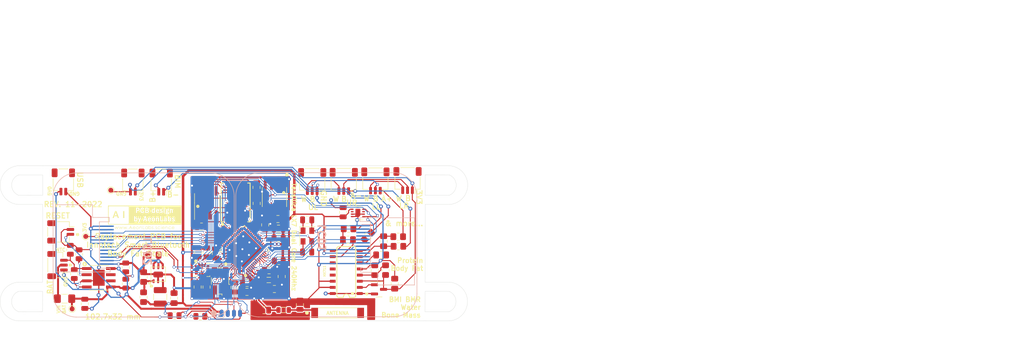
<source format=kicad_pcb>
(kicad_pcb (version 20211014) (generator pcbnew)
  (title_block (date "2021-12-28") (rev "5.3") (company "AeonLabs"))
  (layers (0 "F.Cu" signal) (31 "B.Cu" signal) (34 "B.Paste" user) (35 "F.Paste" user) (36 "B.SilkS" user "B.Silkscreen") (37 "F.SilkS" user "F.Silkscreen") (38 "B.Mask" user) (39 "F.Mask" user) (44 "Edge.Cuts" user))
  (net 0 "")
  (net 2 "Net-(2TY1-Pad1)")
  (net 3 "Net-(ANT1-Pad1)")
  (net 5 "Net-(EC12-Pad1)")
  (net 6 "Net-(EC13-Pad1)")
  (net 7 "3V3")
  (net 8 "Net-(EC20-Pad1)")
  (net 9 "VDD_SPI")
  (net 10 "Net-(EC38-Pad1)")
  (net 11 "CHIP_EN")
  (net 12 "ESP_GPIO0_BOOT-DTR")
  (net 13 "Net-(EC50-Pad1)")
  (net 14 "GPIO8_I2C_SDA")
  (net 15 "USB_D-")
  (net 16 "SPIHD")
  (net 17 "SPIWP")
  (net 18 "SPICS0")
  (net 19 "SPICLK")
  (net 20 "SPIQ")
  (net 21 "SPID")
  (net 22 "USB_D+")
  (net 26 "TXD0")
  (net 27 "RXD0")
  (net 28 "unconnected-(ESP32S3-Pad47)")
  (net 29 "Net-(EC51-Pad1)")
  (net 31 "GPIO9_I2C_SCL")
  (net 32 "Net-(ER2-Pad2)")
  (net 34 "SPICS1")
  (net 37 "Net-(AL1-Pad2)")
  (net 38 "Net-(AR1-Pad2)")
  (net 48 "Net-(HC1-Pad1)")
  (net 49 "Net-(HC1-Pad2)")
  (net 50 "Net-(HC2-Pad1)")
  (net 51 "Net-(HR3-Pad1)")
  (net 52 "GND")
  (net 54 "VIN_BATF")
  (net 55 "BAT_NTC")
  (net 56 "VIN_BAT")
  (net 57 "Net-(TPR1-Pad2)")
  (net 58 "STDBY_LED_G")
  (net 59 "CHRG_LED_R")
  (net 60 "5V0")
  (net 61 "HX_3V3_IO")
  (net 62 "HX_3V3")
  (net 63 "unconnected-(ESP32S3-Pad7)")
  (net 64 "unconnected-(ESP32S3-Pad15)")
  (net 66 "unconnected-(ESP32S3-Pad17)")
  (net 67 "unconnected-(ESP32S3-Pad18)")
  (net 70 "HX_A+")
  (net 71 "HX_A-")
  (net 72 "HX_SCK_IO")
  (net 73 "HX_D_IO")
  (net 74 "Net-(LL4-Pad2)")
  (net 75 "Net-(LL4-Pad3)")
  (net 76 "Net-(LR1-Pad2)")
  (net 77 "Net-(UL2-Pad3)")
  (net 78 "Net-(HC4-Pad1)")
  (net 79 "Net-(HC4-Pad2)")
  (net 80 "HX_B+")
  (net 81 "HX_B-")
  (net 82 "BAT_SENSE_IO37")
  (net 83 "unconnected-(ESP32S3-Pad6)")
  (net 84 "IMU_CS_IO38")
  (net 85 "LCD2_LED_IO33")
  (net 86 "LCD2_DC_IO34")
  (net 87 "LCD2_CS_IO35")
  (net 88 "LCD2_RESET_IO36")
  (net 89 "LCD1_LED_IO04")
  (net 90 "LCD1_DC_IO05")
  (net 91 "LCD1_CS_IO06")
  (net 92 "LCD1_RESET_IO07")
  (footprint "Package_SO:HX711 SO16" (layer "F.Cu") (at 171.16 99.17 90)
    (property "VALUE" "HX711")
    (fp_text reference "HX711")
    (fp_text value "HX711")
  )
  (footprint "Package_SO:SOIC-8_3.9x4.9mm_P1.27mm" (layer "F.Cu") (at 142.37 84.89 90)
    (fp_text reference "EPS1" hide)
    (fp_text value "ESP32-PSRAM_LY68L6400S")
  )
  (footprint "Resistor_SMD:R_0805_2012Metric" (layer "F.Cu") (at 140.56 95.12 90)
    (fp_text reference "IDR1" hide)
    (fp_text value "10k")
  )
  (footprint "TestPoint:TestPoint_Pad_D1.0mm" (layer "F.Cu") (at 122.51 82.27 90)
    (fp_text reference "TP3" hide)
    (fp_text value "GND")
  )
  (footprint "Resistor_SMD:R_0805_2012Metric" (layer "F.Cu") (at 142.38 95.13 -90)
    (fp_text reference "ICR1" hide)
    (fp_text value "10k")
  )
  (footprint "Connector_JST:JST_SH_SM03B-SRSS-TB_1x03-1MP_P1.00mm_Horizontal" (layer "F.Cu") (at 183.82 80.27 180)
    (fp_text reference "LR1" hide)
    (fp_text value "Screw_Terminal_01x03")
  )
  (footprint "Capacitor_SMD:C_0805_2012Metric" (layer "F.Cu") (at 154.41 89.43 90)
    (fp_text reference "EC26" hide)
    (fp_text value "100nF 10% 16V")
  )
  (footprint "Inductor_SMD:L_1210_3225Metric" (layer "F.Cu") (at 132.715 104.31 90)
    (fp_text reference "AL1" hide)
    (fp_text value "3.3uF")
  )
  (footprint "Capacitor_SMD:C_0805_2012Metric" (layer "F.Cu") (at 155.21 98.8 180)
    (fp_text reference "EC40" hide)
    (fp_text value "100nF")
  )
  (footprint "Connector_JST:JST_SH_SM02B-SRSS-TB_1x02-1MP_P1.00mm_Horizontal" (layer "F.Cu") (at 112.7 80.55 180)
    (fp_text reference "USBCHR1" hide)
    (fp_text value "Screw_Terminal_01x02")
  )
  (footprint "Capacitor_SMD:C_0805_2012Metric" (layer "F.Cu") (at 150.67 101.41 180)
    (fp_text reference "EC15" hide)
    (fp_text value "1uF 10% 50V")
  )
  (footprint "Capacitor_SMD:C_0805_2012Metric" (layer "F.Cu") (at 152.65 84.99 90)
    (fp_text reference "EC25" hide)
    (fp_text value "1uF 10% 50V")
  )
  (footprint "Connector_JST:JST_SH_SM03B-SRSS-TB_1x03-1MP_P1.00mm_Horizontal" (layer "F.Cu") (at 170.64 80.44 180)
    (fp_text reference "UR3" hide)
    (fp_text value "Screw_Terminal_01x03")
  )
  (footprint "Connector_JST:JST_SH_SM02B-SRSS-TB_1x02-1MP_P1.00mm_Horizontal" (layer "F.Cu") (at 132.92 80.59 180)
    (fp_text reference "BMI1" hide)
    (fp_text value "Screw_Terminal_01x02")
  )
  (footprint "Capacitor_SMD:C_0805_2012Metric" (layer "F.Cu") (at 163.09 88.39)
    (fp_text reference "EC50" hide)
    (fp_text value "22pF 5% 50V")
  )
  (footprint "Capacitor_SMD:C_0805_2012Metric_Pad1.18x1.45mm_HandSolder" (layer "F.Cu") (at 131.34 95.67 180)
    (fp_text reference "AC2" hide)
    (fp_text value "4.7uF")
  )
  (footprint "Capacitor_SMD:C_0805_2012Metric_Pad1.18x1.45mm_HandSolder" (layer "F.Cu") (at 171.51 92.5 180)
    (fp_text reference "HC4" hide)
    (fp_text value "0.1pF")
  )
  (footprint "Capacitor_SMD:C_0805_2012Metric" (layer "F.Cu") (at 156.31 102.68)
    (fp_text reference "EC20" hide)
    (fp_text value "100nF 10% 16V")
  )
  (footprint "Resistor_SMD:R_0805_2012Metric_Pad1.20x1.40mm_HandSolder" (layer "F.Cu") (at 171.63 90.25)
    (fp_text reference "HR6" hide)
    (fp_text value "100R")
  )
  (footprint "Resistor_SMD:R_0805_2012Metric" (layer "F.Cu") (at 125.59 98.22 90)
    (fp_text reference "MR4" hide)
    (fp_text value "110K")
  )
  (footprint "Package_DFN_QFN:QFN-56-1EP_7x7mm_P0.4mm_EP5.6x5.6mm" (layer "F.Cu") (at 150.11 94.629949 135)
    (fp_text reference "ESP32S3" hide)
    (fp_text value "ESP32-S3" hide)
  )
  (footprint "Capacitor_SMD:C_0805_2012Metric" (layer "F.Cu") (at 152.62 81.68 -90)
    (fp_text reference "EC24" hide)
    (fp_text value "100nF 10% 16V")
  )
  (footprint "Sensor_Humidity:Sensirion_DFN-8-1EP_2.5x2.5mm_P0.5mm_EP1.1x1.7mm" (layer "F.Cu") (at 173.56 86.96 180)
    (fp_text reference "SH1" hide)
    (fp_text value "SHT31-DIS")
  )
  (footprint "Package_LGA:LGA-14_3x2.5mm_P0.5mm_LayoutBorder3x4y" (layer "F.Cu") (at 141.37 98.74)
    (fp_text reference "IMU1" hide)
    (fp_text value "LSM6DS3")
  )
  (footprint "TestPoint:TestPoint_Pad_D1.0mm" (layer "F.Cu") (at 114.52 106.8 180)
    (fp_text reference "TP1" hide)
    (fp_text value "VIN")
  )
  (footprint "Package_TO_SOT_SMD:SOT-23" (layer "F.Cu") (at 177.93 102.75)
    (fp_text reference "2TY1" hide)
    (fp_text value "S8550")
  )
  (footprint "Connector_Wire:SolderWirePad_1x01_SMD_5x10mm" (layer "F.Cu") (at 145.7 104.64 90)
    (fp_text reference "REF**" hide)
    (fp_text value "SolderWirePad_1x01_SMD_5x10mm")
  )
  (footprint "Resistor_SMD:R_0805_2012Metric" (layer "F.Cu") (at 114.96 99.59 -90)
    (fp_text reference "TPR3" hide)
    (fp_text value "1k2")
  )
  (footprint "Connector_JST:JST_SH_SM02B-SRSS-TB_1x02-1MP_P1.00mm_Horizontal" (layer "F.Cu") (at 127.07 80.58 180)
    (fp_text reference "BMIPW1" hide)
    (fp_text value "Screw_Terminal_01x02")
  )
  (footprint "Capacitor_SMD:C_0805_2012Metric" (layer "F.Cu") (at 117.14 105.74 -90)
    (fp_text reference "TPC2" hide)
    (fp_text value "10uF")
  )
  (footprint "Resistor_SMD:R_0805_2012Metric_Pad1.20x1.40mm_HandSolder" (layer "F.Cu") (at 181.94 93.86)
    (fp_text reference "HR2" hide)
    (fp_text value "100R")
  )
  (footprint "Resistor_SMD:R_0805_2012Metric_Pad1.20x1.40mm_HandSolder" (layer "F.Cu") (at 181.89 91.87)
    (fp_text reference "HR1" hide)
    (fp_text value "100R")
  )
  (footprint "Connector_JST:JST_SH_SM03B-SRSS-TB_1x03-1MP_P1.00mm_Horizontal" (layer "F.Cu") (at 164.13 80.47 180)
    (fp_text reference "UL2" hide)
    (fp_text value "Screw_Terminal_01x03")
  )
  (footprint "Capacitor_SMD:C_0805_2012Metric_Pad1.18x1.45mm_HandSolder" (layer "F.Cu") (at 135.58 104.56 90)
    (fp_text reference "AC1" hide)
    (fp_text value "22uF")
  )
  (footprint "Resistor_SMD:R_0805_2012Metric" (layer "F.Cu") (at 125.61 101.57 90)
    (fp_text reference "MR3" hide)
    (fp_text value "390K")
  )
  (footprint "flash spi nor:W25Q128JV WSON 8x6-mm" (layer "F.Cu") (at 148.3 84.79 90)
    (fp_text reference "ESP_FLASH1" hide)
    (fp_text value "W25Q128JVS")
  )
  (footprint "Resistor_SMD:R_0805_2012Metric_Pad1.20x1.40mm_HandSolder" (layer "F.Cu") (at 179.28 98.78 -90)
    (fp_text reference "HR4" hide)
    (fp_text value "18k4")
  )
  (footprint "" (layer "F.Cu") (at 159.32 82.89 90)
    (fp_text reference "")
    (fp_text value "")
  )
  (footprint "Capacitor_SMD:C_0805_2012Metric" (layer "F.Cu") (at 163.08 95.04 180)
    (fp_text reference "EC51" hide)
    (fp_text value "22pF 5% 50V")
  )
  (footprint "Resistor_SMD:R_0805_2012Metric" (layer "F.Cu") (at 141.01 108.33 180)
    (fp_text reference "ER2" hide)
    (fp_text value "499R")
  )
  (footprint "" (layer "F.Cu") (at 139.25 92.19 180)
    (fp_text reference "")
    (fp_text value "")
  )
  (footprint "Resistor_SMD:R_0805_2012Metric_Pad1.20x1.40mm_HandSolder" (layer "F.Cu") (at 177.05 98.79 90)
    (fp_text reference "HR3" hide)
    (fp_text value "8.4k")
  )
  (footprint "Package_SO:SOP127P600X175-9N TP4056" (layer "F.Cu") (at 120.03 100.357676)
    (fp_text reference "TPU1" hide)
    (fp_text value "TP4056")
  )
  (footprint "Package_DFN_QFN:AUR9718 3x3mm 6 pin" (layer "F.Cu") (at 132.23 99.58)
    (fp_text reference "AU1" hide)
    (fp_text value "AUR9718x_DFN_3x3mm_6_pin")
  )
  (footprint "Resistor_SMD:R_0805_2012Metric" (layer "F.Cu") (at 157.2225 96.88 180)
    (fp_text reference "ER1" hide)
    (fp_text value "10k")
  )
  (footprint "Capacitor_SMD:C_0805_2012Metric" (layer "F.Cu") (at 142.29 102.28 -90)
    (fp_text reference "EC13" hide)
    (fp_text value "22pF 5% 50V")
  )
  (footprint "Resistor_SMD:R_0805_2012Metric" (layer "F.Cu") (at 114.15 94.58 -90)
    (fp_text reference "TPR2" hide)
    (fp_text value "1k2")
  )
  (footprint "Capacitor_SMD:C_0805_2012Metric_Pad1.18x1.45mm_HandSolder" (layer "F.Cu") (at 181.17 101.58 -90)
    (fp_text reference "HC3" hide)
    (fp_text value "10pF")
  )
  (footprint "Connector_Wire:SolderWirePad_1x01_SMD_5x10mm" (layer "F.Cu") (at 149.26 79.59 90)
    (fp_text reference "REF**" hide)
    (fp_text value "SolderWirePad_1x01_SMD_5x10mm")
  )
  (footprint "Capacitor_SMD:C_0805_2012Metric" (layer "F.Cu") (at 157.04 88.22)
    (fp_text reference "AUC1" hide)
    (fp_text value "100nF")
  )
  (footprint "Capacitor_SMD:C_0805_2012Metric" (layer "F.Cu") (at 144.21 95.33 90)
    (fp_text reference "EC16" hide)
    (fp_text value "100nF 10% 16V")
  )
  (footprint "Capacitor_SMD:C_0805_2012Metric" (layer "F.Cu") (at 148.08 102.35 -90)
    (fp_text reference "EC12" hide)
    (fp_text value "22pF 5% 50V")
  )
  (footprint "Resistor_SMD:R_0805_2012Metric_Pad1.20x1.40mm_HandSolder" (layer "F.Cu") (at 129.29 100.21 90)
    (fp_text reference "AR2" hide)
    (fp_text value "15K")
  )
  (footprint "Authentication & Security ICs:ATSHA204A Auth SOIC8" (layer "F.Cu") (at 156.32 83.68 -90)
    (fp_text reference "U2" hide)
    (fp_text value "ATSHA204A-MAHDA-T")
  )
  (footprint "Capacitor_SMD:C_0805_2012Metric_Pad1.18x1.45mm_HandSolder" (layer "F.Cu") (at 178.37 95.64)
    (fp_text reference "HC2" hide)
    (fp_text value "0.1pF")
  )
  (footprint "TestPoint:TestPoint_Pad_D1.0mm" (layer "F.Cu") (at 117.33 91.82)
    (fp_text reference "TP2" hide)
    (fp_text value "VOut")
  )
  (footprint "Connector_JST:JST_SH_BM03B-SRSS-TB_1x03-1MP_P1.00mm_Vertical" (layer "F.Cu") (at 111.5 97.74 90)
    (fp_text reference "BAT2" hide)
    (fp_text value "BAT1")
  )
  (footprint "Crystal:Crystal_SMD_EuroQuartz_MT-4Pin_3.2x2.5mm" (layer "F.Cu") (at 163.13 91.74 -90)
    (fp_text reference "ECY2" hide)
    (fp_text value "32.768Mhz 22pF+-10PPM")
  )
  (footprint "Capacitor_SMD:C_0805_2012Metric" (layer "F.Cu") (at 157.16 90.21 180)
    (fp_text reference "EC17" hide)
    (fp_text value "10uF 20% 6.3V")
  )
  (footprint "Capacitor_SMD:C_0805_2012Metric_Pad1.18x1.45mm_HandSolder" (layer "F.Cu") (at 178.88 92.81 90)
    (fp_text reference "HC1" hide)
    (fp_text value "0.1pF")
  )
  (footprint "Fuse:Fuse_1206_3216Metric_Pad1.42x1.75mm_HandSolder" (layer "F.Cu") (at 112.95 104.68 180)
    (fp_text reference "F1" hide)
    (fp_text value "Polyfuse")
  )
  (footprint "Resistor_SMD:R_0805_2012Metric_Pad1.20x1.40mm_HandSolder" (layer "F.Cu") (at 175.63 91.75 45)
    (fp_text reference "HR5" hide)
    (fp_text value "100R")
  )
  (footprint "Capacitor_SMD:C_0805_2012Metric" (layer "F.Cu") (at 161.59 105.93 90)
    (fp_text reference "EC37" hide)
    (fp_text value "100nF 10% 16V")
  )
  (footprint "Capacitor_SMD:C_0805_2012Metric" (layer "F.Cu") (at 170.51 86.82 -90)
    (fp_text reference "SHC1" hide)
    (fp_text value "100nF")
  )
  (footprint "Connector_JST:JST_SH_SM03B-SRSS-TB_1x03-1MP_P1.00mm_Horizontal" (layer "F.Cu") (at 177.18 80.35 180)
    (fp_text reference "LL4" hide)
    (fp_text value "Screw_Terminal_01x03")
  )
  (footprint "Capacitor_SMD:C_0805_2012Metric" (layer "F.Cu") (at 150.64 103.27 180)
    (fp_text reference "EC14" hide)
    (fp_text value "100pF")
  )
  (footprint "" (layer "F.Cu") (at 159.33 97.49)
    (fp_text reference "")
    (fp_text value "")
  )
  (footprint "AeonLabs Logosy:aeonlabs science" (layer "F.Cu") (at 129.510404 88.049566)
    (fp_text reference "G***" hide)
    (fp_text value "LOGO" hide)
  )
  (footprint "Crystal:Crystal_SMD_EuroQuartz_MJ-4Pin_5.0x3.2mm" (layer "F.Cu") (at 145.0825 101.02 90)
    (fp_text reference "ECY1" hide)
    (fp_text value "40Mhz 22pF+-10PPM")
  )
  (footprint "" (layer "F.Cu") (at 156.62 104.65 90)
    (fp_text reference "")
    (fp_text value "")
  )
  (footprint "Capacitor_SMD:C_0805_2012Metric" (layer "F.Cu") (at 140.45 102.27 90)
    (fp_text reference "IMUC1" hide)
    (fp_text value "100nF")
  )
  (footprint "Inductor_SMD:L_0805_2012Metric" (layer "F.Cu") (at 158.22 107.02 180)
    (fp_text reference "EL4" hide)
    (fp_text value "12nH 5%")
  )
  (footprint "Capacitor_SMD:C_0805_2012Metric" (layer "F.Cu") (at 154.18 107.05 180)
    (fp_text reference "EC38" hide)
    (fp_text value "100nF 10% 16V")
  )
  (footprint "RF_Antenna:AN9520_ANT2-SMD-9.5X2.1X1.0MM" (layer "F.Cu") (at 169.3805 107.61)
    (property "VALUE" "AN9520")
    (fp_text reference "ANT1" hide)
    (fp_text value "SMD-BUILT-IN-ANTENNA-2.4GHZ(2P-9.5X2.1MM)")
  )
  (footprint "Capacitor_SMD:C_0805_2012Metric" (layer "F.Cu") (at 157.18 92.12 180)
    (fp_text reference "EC18" hide)
    (fp_text value "10uF 20% 6.3V")
  )
  (footprint "Connector_JST:JST_SH_SM02B-SRSS-TB_1x02-1MP_P1.00mm_Horizontal" (layer "F.Cu") (at 112.16 90.88 -90)
    (fp_text reference "RST1" hide)
    (fp_text value "Conn_01x02_Female")
  )
  (footprint "Resistor_SMD:R_0805_2012Metric_Pad1.20x1.40mm_HandSolder" (layer "F.Cu") (at 129.28 104.37 90)
    (fp_text reference "AR1" hide)
    (fp_text value "47K")
  )
  (footprint "Resistor_SMD:R_0805_2012Metric" (layer "F.Cu") (at 115.95 95.5 -90)
    (fp_text reference "TPR1" hide)
    (fp_text value "1k2")
  )
  (footprint "Resistor_SMD:R_0805_2012Metric" (layer "F.Cu") (at 141.25 89.78 180)
    (fp_text reference "PSR1" hide)
    (fp_text value "100K")
  )
  (footprint "Inductor_SMD:L_0805_2012Metric" (layer "F.Cu") (at 155.15 100.82 180)
    (fp_text reference "L2" hide)
    (fp_text value "12nH 5%")
  )
  (footprint "Resistor_SMD:R_0805_2012Metric" (layer "F.Cu") (at 135.69 108.18)
    (fp_text reference "ER3" hide)
    (fp_text value "10k")
  )
  (footprint "Capacitor_SMD:C_0805_2012Metric" (layer "F.Cu") (at 157.82 100.1 -90)
    (fp_text reference "EC19" hide)
    (fp_text value "100nF 10% 16V")
  )
  (footprint "Connector:SOIC_clipProgSmall" (layer "B.Cu") (at 147.315 108.45 180)
    (fp_text reference "ICSP1" hide)
    (fp_text value "Conn_01x08_Male" hide)
  )
  (footprint "AeonLabs LCD & OLED Displays:1,69 inch LCD IPS TFT" (layer "B.Cu") (at 163.22 92.8525 -90)
    (fp_text reference "LCD1")
    (fp_text value "Conn_01x12_Male" hide)
  )
  (footprint "AeonLabs LCD & OLED Displays:1,69 inch LCD IPS TFT" (layer "B.Cu") (at 133.12 94.26 90)
    (fp_text reference "LCD2")
    (fp_text value "Conn_01x12_Male" hide)
  )
  (footprint "TestPoint:TestPoint_Track" (layer "B.Cu") (at 147.43 100.01 -90)
    (fp_text reference "REF**" hide)
    (fp_text value "TestPoint_Track" hide)
  )
  (gr_circle (center 145.62 88.78) (end 145.52 88.78) (layer "F.Cu") (width 0.2) (fill none))
  (gr_circle (center 143.76 107.68) (end 143.77 107.36) (layer "B.SilkS") (width 0.6) (fill none))
  (gr_circle (center 140.49 85.6) (end 140.51 85.41) (layer "F.SilkS") (width 0.28) (fill none))
  (gr_circle (center 158.25 82.77) (end 158.27 82.58) (layer "F.SilkS") (width 0.28) (fill none))
  (gr_circle (center 140.05 96.91) (end 140.07 96.72) (layer "F.SilkS") (width 0.28) (fill none))
  (gr_circle (center 146.27 97.5) (end 146.29 97.31) (layer "F.SilkS") (width 0.28) (fill none))
  (gr_circle (center 115.641049 91.43) (end 115.661049 91.24) (layer "F.SilkS") (width 0.28) (fill none))
  (gr_circle (center 114.14 97.73) (end 114.16 97.54) (layer "F.SilkS") (width 0.28) (fill none))
  (gr_circle (center 145.61 89.32) (end 145.63 89.13) (layer "F.SilkS") (width 0.28) (fill none))
  (gr_circle (center 150.37 99.91) (end 150.39 99.72) (layer "F.SilkS") (width 0.28) (fill none))
  (gr_circle (center 175.381049 103.69) (end 175.401049 103.5) (layer "F.SilkS") (width 0.28) (fill none))
  (gr_circle (center 130.9 102.09) (end 130.92 101.9) (layer "F.SilkS") (width 0.28) (fill none))
  (gr_circle (center 158.908951 79.05) (end 158.97 78.84) (layer "F.SilkS") (width 0.28) (fill none))
  (gr_arc (start 192.47 79.12) (mid 193.875737 81.21) (end 192.47 83.3) (layer "Edge.Cuts") (width 0.05))
  (gr_line (start 108.42 77.21) (end 103.43 77.21) (layer "Edge.Cuts") (width 0.05))
  (gr_line (start 187.46 85.21) (end 192.47 85.21) (layer "Edge.Cuts") (width 0.05))
  (gr_line (start 187.45 83.3) (end 187.46 79.11) (layer "Edge.Cuts") (width 0.05))
  (gr_arc (start 103.42 107.36) (mid 102.014263 105.27) (end 103.42 103.18) (layer "Edge.Cuts") (width 0.05))
  (gr_line (start 187.43 107.36) (end 187.44 103.17) (layer "Edge.Cuts") (width 0.05))
  (gr_arc (start 192.47 77.21) (mid 196.250096 81.21) (end 192.47 85.21) (layer "Edge.Cuts") (width 0.05))
  (gr_arc (start 103.43 85.21) (mid 99.649885 81.21) (end 103.43 77.21) (layer "Edge.Cuts") (width 0.05))
  (gr_line (start 187.44 107.36) (end 192.43 107.36) (layer "Edge.Cuts") (width 0.05))
  (gr_arc (start 192.43 103.18) (mid 193.835737 105.27) (end 192.43 107.36) (layer "Edge.Cuts") (width 0.05))
  (gr_line (start 187.44 109.27) (end 192.43 109.27) (layer "Edge.Cuts") (width 0.05))
  (gr_line (start 187.44 103.17) (end 192.43 103.18) (layer "Edge.Cuts") (width 0.05))
  (gr_line (start 108.4 109.27) (end 187.44 109.27) (layer "Edge.Cuts") (width 0.05))
  (gr_line (start 108.42 77.21) (end 187.46 77.21) (layer "Edge.Cuts") (width 0.05))
  (gr_line (start 187.46 77.21) (end 192.47 77.21) (layer "Edge.Cuts") (width 0.05))
  (gr_line (start 108.4 101.27) (end 108.42 85.21) (layer "Edge.Cuts") (width 0.05))
  (gr_line (start 108.4 101.27) (end 103.42 101.27) (layer "Edge.Cuts") (width 0.05))
  (gr_line (start 187.44 101.27) (end 192.43 101.27) (layer "Edge.Cuts") (width 0.05))
  (gr_line (start 108.4 103.18) (end 103.42 103.18) (layer "Edge.Cuts") (width 0.05))
  (gr_line (start 108.4 109.27) (end 103.42 109.27) (layer "Edge.Cuts") (width 0.05))
  (gr_line (start 108.41 103.18) (end 108.4 107.37) (layer "Edge.Cuts") (width 0.05))
  (gr_line (start 108.42 79.12) (end 103.43 79.12) (layer "Edge.Cuts") (width 0.05))
  (gr_line (start 187.44 101.27) (end 187.46 85.21) (layer "Edge.Cuts") (width 0.05))
  (gr_line (start 108.43 79.12) (end 108.42 83.31) (layer "Edge.Cuts") (width 0.05))
  (gr_arc (start 103.43 83.3) (mid 102.024263 81.21) (end 103.43 79.12) (layer "Edge.Cuts") (width 0.05))
  (gr_arc (start 103.42 109.27) (mid 99.639885 105.27) (end 103.42 101.27) (layer "Edge.Cuts") (width 0.05))
  (gr_line (start 108.4 107.37) (end 103.42 107.36) (layer "Edge.Cuts") (width 0.05))
  (gr_line (start 108.42 83.31) (end 103.43 83.3) (layer "Edge.Cuts") (width 0.05))
  (gr_arc (start 192.43 101.27) (mid 196.210096 105.27) (end 192.43 109.27) (layer "Edge.Cuts") (width 0.05))
  (gr_line (start 187.46 83.3) (end 192.47 83.3) (layer "Edge.Cuts") (width 0.05))
  (gr_line (start 108.42 85.21) (end 103.43 85.21) (layer "Edge.Cuts") (width 0.05))
  (gr_line (start 187.46 79.11) (end 192.47 79.12) (layer "Edge.Cuts") (width 0.05))
  (gr_text "UR" (at 172.3 84.87) (layer "F.SilkS") (effects (font (size 1.1 1.1) (thickness 0.2))))
  (gr_text "Replacement PCB for\nInnotech Smart Bluetooth\nBody Fat Scale" (at 128.15 93.58) (layer "F.SilkS") (effects (font (size 1.1 1.1) (thickness 0.2))))
  (gr_text "W" (at 175.36 83.98) (layer "F.SilkS") (effects (font (size 1.1 1.1) (thickness 0.2))))
  (gr_text "BAT" (at 109.98 102.29 90) (layer "F.SilkS") (effects (font (size 1.1 1.1) (thickness 0.2))))
  (gr_text "GND" (at 115 82.97 180) (layer "F.SilkS") (effects (font (size 0.7 0.7))))
  (gr_text "B+\n" (at 131.15 83.59 90) (layer "F.SilkS") (effects (font (size 1.1 1.1) (thickness 0.2))))
  (gr_text "UL" (at 164.31 85.78) (layer "F.SilkS") (effects (font (size 1.1 1.1) (thickness 0.2))))
  (gr_text "VIN\nBAT" (at 112.29 106.87 90) (layer "F.SilkS") (effects (font (size 0.7 0.7))))
  (gr_text "3V3" (at 117.11 89.94 90) (layer "F.SilkS") (effects (font (size 0.7 0.7))))
  (gr_text "BMI BMR\nWater\nBone Mass\n\n" (at 186.66 107.26) (layer "F.SilkS") (effects (font (size 1 1) (thickness 0.2)) (justify right)))
  (gr_text "GND" (at 113.13 101.15 270) (layer "F.SilkS") (effects (font (size 0.7 0.7))))
  (gr_text "W" (at 169.05 84.12) (layer "F.SilkS") (effects (font (size 1.1 1.1) (thickness 0.2))))
  (gr_text "3V3" (at 128.8 83.53 270) (layer "F.SilkS") (effects (font (size 0.7 0.7))))
  (gr_text "W" (at 162.41 84.13) (layer "F.SilkS") (effects (font (size 1.1 1.1) (thickness 0.2))))
  (gr_text "USB" (at 116.15 80.13 -90) (layer "F.SilkS") (effects (font (size 1.1 1.1) (thickness 0.2))))
  (gr_text "A-" (at 173.23 83.42) (layer "F.SilkS") (effects (font (size 1.1 1.1) (thickness 0.2))))
  (gr_text "LR" (at 183.09 85.48) (layer "F.SilkS") (effects (font (size 1.1 1.1) (thickness 0.2))))
  (gr_text "A+" (at 179.57 84.03) (layer "F.SilkS") (effects (font (size 1.1 1.1) (thickness 0.2))))
  (gr_text "102.7x32 mm" (at 122.95 108.4) (layer "F.SilkS") (effects (font (size 1.1 1.1) (thickness 0.2))))
  (gr_text "B" (at 183.92 83.95) (layer "F.SilkS") (effects (font (size 1.1 1.1) (thickness 0.2))))
  (gr_text "& more..." (at 183.11 89.12) (layer "F.SilkS") (effects (font (size 1.1 1.1) (thickness 0.2))))
  (gr_text "Protein\nBody Fat" (at 187.17 97.59) (layer "F.SilkS") (effects (font (size 1 1) (thickness 0.2)) (justify right)))
  (gr_text "BIM" (at 136.32 80.45 -90) (layer "F.SilkS") (effects (font (size 1.1 1.1) (thickness 0.2))))
  (gr_text "LL\n" (at 177.34 85.64) (layer "F.SilkS") (effects (font (size 1.1 1.1) (thickness 0.2))))
  (gr_text "B" (at 164.19 84.14) (layer "F.SilkS") (effects (font (size 1.1 1.1) (thickness 0.2))))
  (gr_text "GND" (at 166.48 83.97 -90) (layer "F.SilkS") (effects (font (size 1.1 1.1) (thickness 0.2))))
  (gr_text "B-\n" (at 135.39 83.19) (layer "F.SilkS") (effects (font (size 1.1 1.1) (thickness 0.2))))
  (gr_text "RESET" (at 111.55 87.53) (layer "F.SilkS") (effects (font (size 1.1 1.1) (thickness 0.2))))
  (gr_text "5V0" (at 109.89 82.43 90) (layer "F.SilkS") (effects (font (size 0.7 0.7))))
  (gr_text "3V3\n" (at 186.21 83.71 -90) (layer "F.SilkS") (effects (font (size 1.1 1.1) (thickness 0.2))))
  (gr_text "B" (at 177.23 84.03) (layer "F.SilkS") (effects (font (size 1.1 1.1) (thickness 0.2))))
  (gr_text "REV. 11-2022" (at 114.72 85.18) (layer "F.SilkS") (effects (font (size 1.1 1.1) (thickness 0.2))))
  (gr_text "W" (at 182.03 83.98) (layer "F.SilkS") (effects (font (size 1.1 1.1) (thickness 0.2))))
  (gr_text "NTC" (at 112.17 94.59) (layer "F.SilkS") (effects (font (size 0.7 0.7))))
  (gr_text "B" (at 170.69 84.11) (layer "F.SilkS") (effects (font (size 1.1 1.1) (thickness 0.2))))
  (gr_text "ANTENNA" (at 169.36 107.66) (layer "F.SilkS") (effects (font (size 0.7 0.7))))
  (gr_text "Tensilica LX7 Dual Core 240Mhz" (at 160.35 91.91 -90) (layer "F.SilkS") (effects (font (size 0.9 0.9) (thickness 0.2))))
  (gr_text "GND" (at 124.68 82.96 180) (layer "F.SilkS") (effects (font (size 0.7 0.7))))
  (segment (start 175.81 101.8) (end 176.9925 101.8) (width 0.2) (layer "F.Cu") (net 2))
  (segment (start 173.96 102.345) (end 175.265 102.345) (width 0.2) (layer "F.Cu") (net 2))
  (segment (start 175.265 102.345) (end 175.81 101.8) (width 0.2) (layer "F.Cu") (net 2))
  (segment (start 164.6005 107.02) (end 164.6305 106.99) (width 0.32) (layer "F.Cu") (net 3))
  (segment (start 159.2825 107.02) (end 164.6005 107.02) (width 0.32) (layer "F.Cu") (net 3))
  (segment (start 147.98 101.57) (end 147.215 100.805) (width 0.2) (layer "F.Cu") (net 5))
  (segment (start 146.57 102.97) (end 146.59 102.97) (width 0.2) (layer "F.Cu") (net 5))
  (segment (start 147.215 100.805) (end 147.165 100.805) (width 0.2) (layer "F.Cu") (net 5))
  (segment (start 146.1275 101.8425) (end 147.165 100.805) (width 0.2) (layer "F.Cu") (net 5))
  (segment (start 146.1275 103.02) (end 146.1275 101.8425) (width 0.2) (layer "F.Cu") (net 5))
  (segment (start 147.165 100.805) (end 148.49 99.48) (width 0.2) (layer "F.Cu") (net 5))
  (segment (start 148.49 98.795534) (end 148.952113 98.333421) (width 0.2) (layer "F.Cu") (net 5))
  (segment (start 147.81 101.59) (end 147.81 101.57) (width 0.3) (layer "F.Cu") (net 5))
  (segment (start 148.49 99.48) (end 148.49 98.795534) (width 0.2) (layer "F.Cu") (net 5))
  (segment (start 148.66927 98.050578) (end 148.09 98.629848) (width 0.2) (layer "F.Cu") (net 6))
  (segment (start 145.8 101.58) (end 142.36 101.58) (width 0.2) (layer "F.Cu") (net 6))
  (segment (start 142.26 101.04) (end 143.94 99.36) (width 0.2) (layer "F.Cu") (net 6))
  (segment (start 148.09 98.629848) (end 148.09 99.29) (width 0.2) (layer "F.Cu") (net 6))
  (segment (start 142.38 101.24) (end 142.29 101.33) (width 0.2) (layer "F.Cu") (net 6))
  (segment (start 143.94 99.36) (end 143.94 99.16) (width 0.2) (layer "F.Cu") (net 6))
  (segment (start 148.09 99.29) (end 145.8 101.58) (width 0.2) (layer "F.Cu") (net 6))
  (segment (start 127.55 91.89) (end 127.6 91.84) (width 0.2) (layer "F.Cu") (net 7))
  (segment (start 137.41 99.93) (end 137.41 96.85) (width 0.4) (layer "F.Cu") (net 7))
  (segment (start 143.955 107.025) (end 143.05 106.12) (width 0.4) (layer "F.Cu") (net 7))
  (segment (start 160.43 79.02) (end 159.65 78.24) (width 0.51) (layer "F.Cu") (net 7))
  (segment (start 137.41 96.85) (end 137.41 95.22) (width 0.4) (layer "F.Cu") (net 7))
  (segment (start 137.39 91.84) (end 137.41 91.82) (width 0.2) (layer "F.Cu") (net 7))
  (segment (start 170.51 87.77) (end 170.8 87.77) (width 0.2) (layer "F.Cu") (net 7))
  (segment (start 140.35 100.35) (end 140.35 101.43) (width 0.2) (layer "F.Cu") (net 7))
  (segment (start 158.2 86.065) (end 158.215 86.05) (width 0.25) (layer "F.Cu") (net 7))
  (segment (start 154.69 91.88) (end 154.13 92.44) (width 0.2) (layer "F.Cu") (net 7))
  (segment (start 149.92 101.21) (end 149.85 101.28) (width 0.51) (layer "F.Cu") (net 7))
  (segment (start 141.5025 94.2175) (end 140.57 94.2175) (width 0.25) (layer "F.Cu") (net 7))
  (segment (start 145.65 96.46) (end 145.67 96.44) (width 0.25) (layer "F.Cu") (net 7))
  (segment (start 149.233737 98.616263) (end 148.89 98.96) (width 0.2) (layer "F.Cu") (net 7))
  (segment (start 127.6 91.84) (end 137.39 91.84) (width 0.2) (layer "F.Cu") (net 7))
  (segment (start 157.66 99.22) (end 156.2 100.68) (width 0.51) (layer "F.Cu") (net 7))
  (segment (start 120.39 91.84) (end 117.35 91.84) (width 0.2) (layer "F.Cu") (net 7))
  (segment (start 170.45 87.71) (end 166.67 87.71) (width 0.25) (layer "F.Cu") (net 7))
  (segment (start 135.58 105.5975) (end 137.2925 105.5975) (width 0.4) (layer "F.Cu") (net 7))
  (segment (start 166.57 93.84) (end 166.57 95.3) (width 0.25) (layer "F.Cu") (net 7))
  (segment (start 144.21 96.28) (end 144.39 96.46) (width 0.25) (layer "F.Cu") (net 7))
  (segment (start 153.31 92.28) (end 153.34 92.25) (width 0.18) (layer "F.Cu") (net 7))
  (segment (start 134.85875 107.67) (end 133.80125 107.67) (width 0.2) (layer "F.Cu") (net 7))
  (segment (start 157.75 89.18) (end 157.75 88.22) (width 0.51) (layer "F.Cu") (net 7))
  (segment (start 137.41 103.91) (end 137.41 99.93) (width 0.4) (layer "F.Cu") (net 7))
  (segment (start 154.25 90.42) (end 154.22 90.39) (width 0.2) (layer "F.Cu") (net 7))
  (segment (start 140.35 100.38) (end 140.85 100.38) (width 0.2) (layer "F.Cu") (net 7))
  (segment (start 137.41 105.07) (end 137.41 105.48) (width 0.4) (layer "F.Cu") (net 7))
  (segment (start 159.65 78.24) (end 138.57 78.24) (width 0.51) (layer "F.Cu") (net 7))
  (segment (start 154.69 90.5) (end 154.69 91.88) (width 0.2) (layer "F.Cu") (net 7))
  (segment (start 171.65 86.92) (end 171.65 86.51) (width 0.2) (layer "F.Cu") (net 7))
  (segment (start 153.34 92.25) (end 153.97 92.25) (width 0.18) (layer "F.Cu") (net 7))
  (segment (start 149.92 99.4) (end 149.92 101.21) (width 0.51) (layer "F.Cu") (net 7))
  (segment (start 171.65 86.51) (end 171.95 86.21) (width 0.2) (layer "F.Cu") (net 7))
  (segment (start 146.31 96.44) (end 145.67 96.44) (width 0.15) (layer "F.Cu") (net 7))
  (segment (start 148.89 98.96) (end 148.89 99.39) (width 0.2) (layer "F.Cu") (net 7))
  (segment (start 140.85 100.38) (end 140.85 99.6725) (width 0.2) (layer "F.Cu") (net 7))
  (segment (start 142.56 100.15) (end 142.56 99.5175) (width 0.2) (layer "F.Cu") (net 7))
  (segment (start 137.44 79.37) (end 137.44 95.16) (width 0.51) (layer "F.Cu") (net 7))
  (segment (start 132.585 105.84) (end 132.715 105.71) (width 0.4) (layer "F.Cu") (net 7))
  (segment (start 149.517798 98.997798) (end 149.92 99.4) (width 0.2) (layer "F.Cu") (net 7))
  (segment (start 148.89 99.39) (end 149.13 99.63) (width 0.2) (layer "F.Cu") (net 7))
  (segment (start 153.97 92.25) (end 154.13 92.41) (width 0.18) (layer "F.Cu") (net 7))
  (segment (start 130.69 105.84) (end 132.585 105.84) (width 0.4) (layer "F.Cu") (net 7))
  (segment (start 156.95 93.42) (end 158.04 93.42) (width 0.51) (layer "F.Cu") (net 7))
  (segment (start 149.13 99.63) (end 149.69 99.63) (width 0.2) (layer "F.Cu") (net 7))
  (segment (start 130.12 105.27) (end 130.69 105.84) (width 0.4) (layer "F.Cu") (net 7))
  (segment (start 149.69 99.63) (end 149.92 99.4) (width 0.2) (layer "F.Cu") (net 7))
  (segment (start 158.11 90.21) (end 158.11 92.1) (width 0.51) (layer "F.Cu") (net 7))
  (segment (start 157.87 88.21) (end 157.89 88.23) (width 0.25) (layer "F.Cu") (net 7))
  (segment (start 158.05 92.2) (end 158.13 92.12) (width 0.51) (layer "F.Cu") (net 7))
  (segment (start 149.63 103.285) (end 149.63 101.575) (width 0.51) (layer "F.Cu") (net 7))
  (segment (start 142.38 94.2175) (end 141.5025 94.2175) (width 0.25) (layer "F.Cu") (net 7))
  (segment (start 135.4675 105.71) (end 135.58 105.5975) (width 0.4) (layer "F.Cu") (net 7))
  (segment (start 160.43 87.22) (end 160.43 79.02) (width 0.51) (layer "F.Cu") (net 7))
  (segment (start 166.67 87.71) (end 166.57 87.61) (width 0.25) (layer "F.Cu") (net 7))
  (segment (start 166.57 93.84) (end 166.57 87.61) (width 0.25) (layer "F.Cu") (net 7))
  (segment (start 136.8825 105.5975) (end 135.58 105.5975) (width 0.4) (layer "F.Cu") (net 7))
  (segment (start 158.46 89.2) (end 158.63 89.03) (width 0.51) (layer "F.Cu") (net 7))
  (segment (start 140.85 99.6725) (end 140.87 99.6525) (width 0.2) (layer "F.Cu") (net 7))
  (segment (start 146.37 96.38) (end 146.31 96.44) (width 0.15) (layer "F.Cu") (net 7))
  (segment (start 141.5025 94.2175) (end 141.5025 94.7575) (width 0.25) (layer "F.Cu") (net 7))
  (segment (start 143.955 107.025) (end 144.31 107.38) (width 0.4) (layer "F.Cu") (net 7))
  (segment (start 146.679321 96.070679) (end 146.37 96.38) (width 0.15) (layer "F.Cu") (net 7))
  (segment (start 158.11 89.54) (end 157.75 89.18) (width 0.51) (layer "F.Cu") (net 7))
  (segment (start 158.13 92.12) (end 158.14 92.13) (width 0.51) (layer "F.Cu") (net 7))
  (segment (start 156.2025 100.7) (end 156.1125 100.61) (width 0.51) (layer "F.Cu") (net 7))
  (segment (start 171.95 86.21) (end 172.385 86.21) (width 0.2) (layer "F.Cu") (net 7))
  (segment (start 140.57 94.2175) (end 140.56 94.2075) (width 0.25) (layer "F.Cu") (net 7))
  (segment (start 158.2 88.21) (end 158.2 86.065) (width 0.25) (layer "F.Cu") (net 7))
  (segment (start 145.37 107.38) (end 144.31 107.38) (width 0.4) (layer "F.Cu") (net 7))
  (segment (start 157.99 89.2) (end 158.46 89.2) (width 0.51) (layer "F.Cu") (net 7))
  (segment (start 170.51 87.77) (end 170.45 87.71) (width 0.25) (layer "F.Cu") (net 7))
  (segment (start 152.966466 92.623534) (end 152.964944 92.623534) (width 0.2) (layer "F.Cu") (net 7))
  (segment (start 137.41 95.22) (end 137.41 94.33) (width 0.4) (layer "F.Cu") (net 7))
  (segment (start 158.05 98.97) (end 158.05 92.2) (width 0.51) (layer "F.Cu") (net 7))
  (segment (start 143.05 106.12) (end 138.05 106.12) (width 0.4) (layer "F.Cu") (net 7))
  (segment (start 166.57 87.61) (end 166.18 87.22) (width 0.25) (layer "F.Cu") (net 7))
  (segment (start 158.45 89.2) (end 157.99 89.2) (width 0.51) (layer "F.Cu") (net 7))
  (segment (start 153.021101 92.568899) (end 153.31 92.28) (width 0.18) (layer "F.Cu") (net 7))
  (segment (start 157.085 93.41) (end 156.515 93.41) (width 0.51) (layer "F.Cu") (net 7))
  (segment (start 138.57 78.24) (end 137.44 79.37) (width 0.51) (layer "F.Cu") (net 7))
  (segment (start 132.715 105.71) (end 135.4675 105.71) (width 0.4) (layer "F.Cu") (net 7))
  (segment (start 142.33 100.38) (end 142.56 100.15) (width 0.2) (layer "F.Cu") (net 7))
  (segment (start 137.41 104.86) (end 137.41 105.07) (width 0.4) (layer "F.Cu") (net 7))
  (segment (start 140.85 100.38) (end 142.33 100.38) (width 0.2) (layer "F.Cu") (net 7))
  (segment (start 123.48 91.84) (end 127.6 91.84) (width 0.2) (layer "F.Cu") (net 7))
  (segment (start 137.41 104.55) (end 137.41 104.86) (width 0.4) (layer "F.Cu") (net 7))
  (segment (start 142.56 99.5175) (end 142.5325 99.49) (width 0.2) (layer "F.Cu") (net 7))
  (segment (start 141.5025 94.7575) (end 141.47 94.79) (width 0.25) (layer "F.Cu") (net 7))
  (segment (start 170.8 87.77) (end 171.65 86.92) (width 0.2) (layer "F.Cu") (net 7))
  (segment (start 119.48 91.84) (end 120.39 91.84) (width 0.2) (layer "F.Cu") (net 7))
  (segment (start 166.18 87.22) (end 160.43 87.22) (width 0.25) (layer "F.Cu") (net 7))
  (segment (start 158.11 92.1) (end 158.13 92.12) (width 0.51) (layer "F.Cu") (net 7))
  (segment (start 136.935 105.65) (end 136.8825 105.5975) (width 0.2) (layer "F.Cu") (net 7))
  (segment (start 149.517798 98.899106) (end 149.517798 98.997798) (width 0.2) (layer "F.Cu") (net 7))
  (segment (start 137.41 103.91) (end 137.41 104.55) (width 0.4) (layer "F.Cu") (net 7))
  (segment (start 140.32 101.01) (end 140.41 101.1) (width 0.2) (layer "F.Cu") (net 7))
  (segment (start 158.11 90.21) (end 158.11 89.54) (width 0.51) (layer "F.Cu") (net 7))
  (segment (start 120.39 91.84) (end 123.48 91.84) (width 0.2) (layer "F.Cu") (net 7))
  (segment (start 117.35 91.84) (end 117.33 91.82) (width 0.2) (layer "F.Cu") (net 7))
  (segment (start 137.2925 105.5975) (end 137.41 105.48) (width 0.4) (layer "F.Cu") (net 7))
  (segment (start 123.48 91.84) (end 123.797286 91.84) (width 0.2) (layer "F.Cu") (net 7))
  (segment (start 144.39 96.46) (end 145.65 96.46) (width 0.4) (layer "F.Cu") (net 7))
  (segment (start 138.05 106.12) (end 137.41 105.48) (width 0.4) (layer "F.Cu") (net 7))
  (segment (start 149.234955 98.616263) (end 149.233737 98.616263) (width 0.2) (layer "F.Cu") (net 7))
  (segment (start 160.43 87.22) (end 158.45 89.2) (width 0.51) (layer "F.Cu") (net 7))
  (segment (start 146.689371 96.070679) (end 146.679321 96.070679) (width 0.2) (layer "F.Cu") (net 7))
  (via (at 156.42 93.4) (size 0.7) (drill 0.4) (layers "F.Cu" "B.Cu") (net 7))
  (via (at 140.33 100.36) (size 0.5) (drill 0.4) (layers "F.Cu" "B.Cu") (net 7))
  (via (at 133.77 107.68) (size 0.6) (drill 0.4) (layers "F.Cu" "B.Cu") (net 7))
  (via (at 149.92 99.4) (size 0.6) (drill 0.4) (layers "F.Cu" "B.Cu") (net 7))
  (via (at 145.67 96.44) (size 0.6) (drill 0.4) (layers "F.Cu" "B.Cu") (net 7))
  (via (at 154.13 92.44) (size 0.5) (drill 0.4) (layers "F.Cu" "B.Cu") (net 7))
  (via (at 157.19 93.41) (size 0.7) (drill 0.4) (layers "F.Cu" "B.Cu") (net 7))
  (via (at 137.44 95.16) (size 0.8) (drill 0.4) (layers "F.Cu" "B.Cu") (net 7))
  (via (at 119.48 91.84) (size 0.6) (drill 0.4) (layers "F.Cu" "B.Cu") (net 7))
  (via (at 137.45 100.37) (size 0.5) (drill 0.4) (layers "F.Cu" "B.Cu") (net 7))
  (via (at 141.47 94.79) (size 0.5) (drill 0.4) (layers "F.Cu" "B.Cu") (net 7))
  (via (at 166.57 95.3) (size 0.7) (drill 0.4) (layers "F.Cu" "B.Cu") (net 7))
  (via (at 134.46 105.71) (size 0.6) (drill 0.4) (layers "F.Cu" "B.Cu") (net 7))
  (segment (start 154.11 92.45) (end 153.3 93.26) (width 0.2) (layer "B.Cu") (net 7))
  (segment (start 141.23 95.03) (end 141.47 94.79) (width 0.2) (layer "B.Cu") (net 7))
  (segment (start 153.995 94.065) (end 153.995 94.225) (width 0.51) (layer "B.Cu") (net 7))
  (segment (start 150.885 90.945) (end 150.875 90.945) (width 0.25) (layer "B.Cu") (net 7))
  (segment (start 145.91 96.2) (end 145.67 96.44) (width 0.51) (layer "B.Cu") (net 7))
  (segment (start 149.6 90.18) (end 146.495 93.285) (width 0.51) (layer "B.Cu") (net 7))
  (segment (start 137.4 95.03) (end 137.51 95.03) (width 0.2) (layer "B.Cu") (net 7))
  (segment (start 152.365 92.435) (end 153.995 94.065) (width 0.51) (layer "B.Cu") (net 7))
  (segment (start 150.875 90.945) (end 150.11 90.18) (width 0.51) (layer "B.Cu") (net 7))
  (segment (start 134.28 105.71) (end 133.77 106.22) (width 0.2) (layer "B.Cu") (net 7))
  (segment (start 152.8 92.83) (end 152.76 92.83) (width 0.2) (layer "B.Cu") (net 7))
  (segment (start 154.47 93.75) (end 154.715 93.505) (width 0.51) (layer "B.Cu") (net 7))
  (segment (start 137.223643 95.206357) (end 137.4 95.03) (width 0.2) (layer "B.Cu") (net 7))
  (segment (start 145.91 93.87) (end 145.91 96.2) (width 0.51) (layer "B.Cu") (net 7))
  (segment (start 138.63 100.36) (end 140.33 100.36) (width 0.2) (layer "B.Cu") (net 7))
  (segment (start 146.495 93.285) (end 145.91 93.87) (width 0.51) (layer "B.Cu") (net 7))
  (segment (start 150.11 90.18) (end 149.6 90.18) (width 0.51) (layer "B.Cu") (net 7))
  (segment (start 134.46 105.71) (end 134.28 105.71) (width 0.2) (layer "B.Cu") (net 7))
  (segment (start 119.483857 91.836143) (end 119.48 91.84) (width 0.25) (layer "B.Cu") (net 7))
  (segment (start 138.63 100.36) (end 137.46 100.36) (width 0.2) (layer "B.Cu") (net 7))
  (segment (start 154.715 93.505) (end 154.82 93.4) (width 0.51) (layer "B.Cu") (net 7))
  (segment (start 154.82 93.4) (end 156.42 93.4) (width 0.51) (layer "B.Cu") (net 7))
  (segment (start 121.711205 91.836143) (end 119.483857 91.836143) (width 0.25) (layer "B.Cu") (net 7))
  (segment (start 153.995 94.225) (end 154.47 93.75) (width 0.51) (layer "B.Cu") (net 7))
  (segment (start 152.365 92.435) (end 150.875 90.945) (width 0.51) (layer "B.Cu") (net 7))
  (segment (start 133.77 106.22) (end 133.77 107.68) (width 0.2) (layer "B.Cu") (net 7))
  (segment (start 149.92 98.3) (end 149.92 99.4) (width 0.51) (layer "B.Cu") (net 7))
  (segment (start 152.76 92.83) (end 152.365 92.435) (width 0.51) (layer "B.Cu") (net 7))
  (segment (start 174.628795 95.276357) (end 166.573643 95.276357) (width 0.2) (layer "B.Cu") (net 7))
  (segment (start 152.76 92.8) (end 152.76 92.83) (width 0.2) (layer "B.Cu") (net 7))
  (segment (start 150.675 97.545) (end 153.995 94.225) (width 0.51) (layer "B.Cu") (net 7))
  (segment (start 137.51 95.03) (end 141.23 95.03) (width 0.2) (layer "B.Cu") (net 7))
  (segment (start 150.675 97.545) (end 149.92 98.3) (width 0.51) (layer "B.Cu") (net 7))
  (segment (start 152.73 99.6) (end 153.28 99.6) (width 0.3) (layer "F.Cu") (net 8))
  (segment (start 153.28 99.6) (end 154.0875 100.4075) (width 0.3) (layer "F.Cu") (net 8))
  (segment (start 154.0875 100.4075) (end 154.0875 100.82) (width 0.3) (layer "F.Cu") (net 8))
  (segment (start 150.985045 98.616263) (end 150.996263 98.616263) (width 0.2) (layer "F.Cu") (net 8))
  (segment (start 152.73 99.6) (end 152.24 99.6) (width 0.3) (layer "F.Cu") (net 8))
  (segment (start 151.74 98.81) (end 151.74 99.1) (width 0.2) (layer "F.Cu") (net 8))
  (segment (start 155.42625 102.42625) (end 154.05375 101.05375) (width 0.4) (layer "F.Cu") (net 8))
  (segment (start 153.9875 101.1775) (end 153.9875 100.61) (width 0.4) (layer "F.Cu") (net 8))
  (segment (start 151.267887 98.337887) (end 151.74 98.81) (width 0.2) (layer "F.Cu") (net 8))
  (segment (start 150.942522 98.572522) (end 151.417477 99.047477) (width 0.2) (layer "F.Cu") (net 8))
  (segment (start 151.417477 99.047477) (end 151.687477 99.047477) (width 0.2) (layer "F.Cu") (net 8))
  (segment (start 150.985045 98.616263) (end 150.985045 98.625045) (width 0.2) (layer "F.Cu") (net 8))
  (segment (start 151.267887 98.333421) (end 151.267887 98.337887) (width 0.2) (layer "F.Cu") (net 8))
  (segment (start 152.24 99.6) (end 151.74 99.1) (width 0.3) (layer "F.Cu") (net 8))
  (segment (start 151.687477 99.047477) (end 151.74 99.1) (width 0.2) (layer "F.Cu") (net 8))
  (segment (start 150.996263 98.616263) (end 151.28 98.9) (width 0.2) (layer "F.Cu") (net 8))
  (segment (start 155.36 102.68) (end 155.36 102.55) (width 0.4) (layer "F.Cu") (net 8))
  (segment (start 151.4 81.13) (end 151.4 80.96) (width 0.2) (layer "F.Cu") (net 9))
  (segment (start 150.74 86.87) (end 151.67 85.94) (width 0.2) (layer "F.Cu") (net 9))
  (segment (start 147.19 80.09) (end 146.44 80.09) (width 0.2) (layer "F.Cu") (net 9))
  (segment (start 139.8 85.91) (end 139.8 88.3) (width 0.2) (layer "F.Cu") (net 9))
  (segment (start 151.32 80.67) (end 151.44 80.79) (width 0.2) (layer "F.Cu") (net 9))
  (segment (start 140.3375 89.2275) (end 140.3375 89.78) (width 0.2) (layer "F.Cu") (net 9))
  (segment (start 151.4 81.13) (end 151.4 85.67) (width 0.2) (layer "F.Cu") (net 9))
  (segment (start 150 80.09) (end 147.19 80.09) (width 0.2) (layer "F.Cu") (net 9))
  (segment (start 151.67 85.94) (end 152.65 85.94) (width 0.2) (layer "F.Cu") (net 9))
  (segment (start 140.465 81.015) (end 140.465 82.415) (width 0.2) (layer "F.Cu") (net 9))
  (segment (start 150.74 80.09) (end 151.32 80.67) (width 0.2) (layer "F.Cu") (net 9))
  (segment (start 146.395 80.135) (end 146.44 80.09) (width 0.2) (layer "F.Cu") (net 9))
  (segment (start 146.395 80.895) (end 146.395 80.135) (width 0.2) (layer "F.Cu") (net 9))
  (segment (start 140.465 85.245) (end 139.8 85.91) (width 0.2) (layer "F.Cu") (net 9))
  (segment (start 146.44 80.09) (end 141.39 80.09) (width 0.2) (layer "F.Cu") (net 9))
  (segment (start 149.689208 90.360792) (end 150.74 89.31) (width 0.2) (layer "F.Cu") (net 9))
  (segment (start 151.57 80.79) (end 152.63 80.79) (width 0.2) (layer "F.Cu") (net 9))
  (segment (start 151.4 80.96) (end 151.57 80.79) (width 0.2) (layer "F.Cu") (net 9))
  (segment (start 141.39 80.09) (end 140.465 81.015) (width 0.2) (layer "F.Cu") (net 9))
  (segment (start 150 80.09) (end 150.74 80.09) (width 0.2) (layer "F.Cu") (net 9))
  (segment (start 151.4 80.75) (end 151.32 80.67) (width 0.2) (layer "F.Cu") (net 9))
  (segment (start 152.63 80.79) (end 152.69 80.73) (width 0.2) (layer "F.Cu") (net 9))
  (segment (start 151.4 85.67) (end 151.67 85.94) (width 0.2) (layer "F.Cu") (net 9))
  (segment (start 150.74 89.31) (end 150.74 86.87) (width 0.2) (layer "F.Cu") (net 9))
  (segment (start 149.517798 90.360792) (end 149.689208 90.360792) (width 0.2) (layer "F.Cu") (net 9))
  (segment (start 151.4 81.13) (end 151.4 80.75) (width 0.2) (layer "F.Cu") (net 9))
  (segment (start 139.8 88.3) (end 139.8 88.69) (width 0.2) (layer "F.Cu") (net 9))
  (segment (start 140.465 82.415) (end 140.465 85.245) (width 0.2) (layer "F.Cu") (net 9))
  (segment (start 151.44 80.79) (end 151.57 80.79) (width 0.2) (layer "F.Cu") (net 9))
  (segment (start 139.8 88.69) (end 140.3375 89.2275) (width 0.2) (layer "F.Cu") (net 9))
  (segment (start 155.13 107.05) (end 157.1275 107.05) (width 0.32) (layer "F.Cu") (net 10))
  (segment (start 157.1275 107.05) (end 157.1575 107.02) (width 0.2) (layer "F.Cu") (net 10))
  (segment (start 150.702202 98.902202) (end 151.36 99.56) (width 0.2) (layer "F.Cu") (net 10))
  (segment (start 151.36 99.56) (end 151.42 99.56) (width 0.2) (layer "F.Cu") (net 10))
  (segment (start 153.1 105.02) (end 153.1 101.24) (width 0.32) (layer "F.Cu") (net 10))
  (segment (start 155.13 107.05) (end 153.1 105.02) (width 0.32) (layer "F.Cu") (net 10))
  (segment (start 155.13 106.83) (end 155.13 107.05) (width 0.2) (layer "F.Cu") (net 10))
  (segment (start 150.702202 98.899106) (end 150.702202 98.902202) (width 0.2) (layer "F.Cu") (net 10))
  (segment (start 153.1 101.24) (end 151.42 99.56) (width 0.32) (layer "F.Cu") (net 10))
  (segment (start 152.26 98.86) (end 154.54 98.86) (width 0.25) (layer "F.Cu") (net 11))
  (segment (start 128.84 108.47) (end 132.65 108.47) (width 0.2) (layer "F.Cu") (net 11))
  (segment (start 154.45 98.38) (end 155.79 97.04) (width 0.2) (layer "F.Cu") (net 11))
  (segment (start 154.26 98.8) (end 154.26 98.2) (width 0.2) (layer "F.Cu") (net 11))
  (segment (start 113.81 91.38) (end 113.2 91.99) (width 0.25) (layer "F.Cu") (net 11))
  (segment (start 142.61 107.26) (end 139.23 107.26) (width 0.2) (layer "F.Cu") (net 11))
  (segment (start 144.27 108.92) (end 142.61 107.26) (width 0.2) (layer "F.Cu") (net 11))
  (segment (start 124.32 103.46) (end 124.32 103.95) (width 0.2) (layer "F.Cu") (net 11))
  (segment (start 149.22 107.7) (end 150.25 107.7) (width 0.2) (layer "F.Cu") (net 11))
  (segment (start 149.22 108.75) (end 149.22 107.7) (width 0.2) (layer "F.Cu") (net 11))
  (segment (start 149.05 108.92) (end 149.22 108.75) (width 0.2) (layer "F.Cu") (net 11))
  (segment (start 155.795 97.04) (end 156.665 97.04) (width 0.2) (layer "F.Cu") (net 11))
  (segment (start 138.19 108.3) (end 138.02 108.3) (width 0.2) (layer "F.Cu") (net 11))
  (segment (start 124.32 103.95) (end 128.84 108.47) (width 0.2) (layer "F.Cu") (net 11))
  (segment (start 151.55073 98.05073) (end 152.18 98.68) (width 0.2) (layer "F.Cu") (net 11))
  (segment (start 150.25 107.7) (end 150.61 107.34) (width 0.2) (layer "F.Cu") (net 11))
  (segment (start 114.16 91.38) (end 113.81 91.38) (width 0.25) (layer "F.Cu") (net 11))
  (segment (start 149.21 107.69) (end 149.22 107.7) (width 0.2) (layer "F.Cu") (net 11))
  (segment (start 139.23 107.26) (end 138.19 108.3) (width 0.2) (layer "F.Cu") (net 11))
  (segment (start 151.55073 98.050578) (end 151.55073 98.05073) (width 0.2) (layer "F.Cu") (net 11))
  (segment (start 152.18 98.68) (end 152.18 98.82) (width 0.2) (layer "F.Cu") (net 11))
  (segment (start 149.05 108.92) (end 144.27 108.92) (width 0.2) (layer "F.Cu") (net 11))
  (segment (start 156.47 96.86) (end 156.47 96.94) (width 0.25) (layer "F.Cu") (net 11))
  (via (at 132.65 108.47) (size 0.6) (drill 0.4) (layers "F.Cu" "B.Cu") (net 11))
  (via (at 152.36 98.82) (size 0.5) (drill 0.4) (layers "F.Cu" "B.Cu") (net 11))
  (via (at 113.2 92.08) (size 0.6) (drill 0.4) (layers "F.Cu" "B.Cu") (net 11))
  (via (at 124.1 103.63) (size 0.8) (drill 0.4) (layers "F.Cu" "B.Cu") (net 11))
  (via (at 137.97 108.43) (size 0.6) (drill 0.4) (layers "F.Cu" "B.Cu") (net 11))
  (via (at 150.66 107.32) (size 0.6) (drill 0.4) (layers "F.Cu" "B.Cu") (net 11))
  (segment (start 148.9 105.15) (end 149.78 105.15) (width 0.15) (layer "B.Cu") (net 11))
  (segment (start 149.48 101.15) (end 148.38 102.25) (width 0.15) (layer "B.Cu") (net 11))
  (segment (start 123.87 103.46) (end 124.32 103.46) (width 0.2) (layer "B.Cu") (net 11))
  (segment (start 137.83 108.29) (end 137.97 108.43) (width 0.2) (layer "B.Cu") (net 11))
  (segment (start 120.56 100.15) (end 113.2 92.79) (width 0.2) (layer "B.Cu") (net 11))
  (segment (start 113.2 92.79) (end 113.2 92.08) (width 0.2) (layer "B.Cu") (net 11))
  (segment (start 150.86 101.15) (end 149.48 101.15) (width 0.15) (layer "B.Cu") (net 11))
  (segment (start 152.36 99.65) (end 150.86 101.15) (width 0.15) (layer "B.Cu") (net 11))
  (segment (start 148.38 102.25) (end 148.38 104.63) (width 0.15) (layer "B.Cu") (net 11))
  (segment (start 121.08 100.67) (end 120.56 100.15) (width 0.2) (layer "B.Cu") (net 11))
  (segment (start 120.56 100.15) (end 123.87 103.46) (width 0.2) (layer "B.Cu") (net 11))
  (segment (start 132.485 108.45) (end 137.975 108.45) (width 0.2) (layer "B.Cu") (net 11))
  (segment (start 137.53 108.29) (end 137.83 108.29) (width 0.2) (layer "B.Cu") (net 11))
  (segment (start 148.38 104.63) (end 148.9 105.15) (width 0.15) (layer "B.Cu") (net 11))
  (segment (start 152.36 98.82) (end 152.36 99.65) (width 0.15) (layer "B.Cu") (net 11))
  (segment (start 150.66 106.03) (end 150.66 107.32) (width 0.15) (layer "B.Cu") (net 11))
  (segment (start 149.78 105.15) (end 150.66 106.03) (width 0.15) (layer "B.Cu") (net 11))
  (segment (start 147.45 98.7) (end 147.45 99.09) (width 0.2) (layer "F.Cu") (net 12))
  (segment (start 143.45 105.41) (end 143.9 105.86) (width 0.15) (layer "F.Cu") (net 12))
  (segment (start 143.9 105.86) (end 147.9 105.86) (width 0.15) (layer "F.Cu") (net 12))
  (segment (start 147.9 105.86) (end 147.93 105.89) (width 0.15) (layer "F.Cu") (net 12))
  (segment (start 147.95 105.91) (end 147.93 105.89) (width 0.2) (layer "F.Cu") (net 12))
  (segment (start 151.833573 97.773573) (end 152.31 98.25) (width 0.15) (layer "F.Cu") (net 12))
  (segment (start 152.31 98.25) (end 152.72 98.25) (width 0.15) (layer "F.Cu") (net 12))
  (segment (start 152.72 98.25) (end 152.83 98.36) (width 0.15) (layer "F.Cu") (net 12))
  (segment (start 148.382265 97.767735) (end 147.45 98.7) (width 0.2) (layer "F.Cu") (net 12))
  (segment (start 147.95 107.7) (end 147.95 105.91) (width 0.15) (layer "F.Cu") (net 12))
  (segment (start 147.94 107.69) (end 147.95 107.7) (width 0.2) (layer "F.Cu") (net 12))
  (segment (start 151.833573 97.767735) (end 151.833573 97.773573) (width 0.2) (layer "F.Cu") (net 12))
  (segment (start 148.386427 97.767735) (end 148.382265 97.767735) (width 0.2) (layer "F.Cu") (net 12))
  (segment (start 136.6025 108.18) (end 136.6025 108.1075) (width 0.2) (layer "F.Cu") (net 12))
  (segment (start 137.25 107.46) (end 137.86 107.46) (width 0.2) (layer "F.Cu") (net 12))
  (segment (start 140.64 105.41) (end 143.45 105.41) (width 0.15) (layer "F.Cu") (net 12))
  (segment (start 136.6025 108.1075) (end 137.25 107.46) (width 0.2) (layer "F.Cu") (net 12))
  (via (at 147.45 99.09) (size 0.5) (drill 0.4) (layers "F.Cu" "B.Cu") (net 12))
  (via (at 137.93 107.58) (size 0.6) (drill 0.4) (layers "F.Cu" "B.Cu") (net 12))
  (via (at 152.95 98.31) (size 0.5) (drill 0.4) (layers "F.Cu" "B.Cu") (net 12))
  (via (at 140.64 105.41) (size 0.6) (drill 0.4) (layers "F.Cu" "B.Cu") (net 12))
  (via (at 147.93 105.89) (size 0.5) (drill 0.4) (layers "F.Cu" "B.Cu") (net 12))
  (segment (start 147.4275 99.8025) (end 147.4225 99.7975) (width 0.2) (layer "B.Cu") (net 12))
  (segment (start 147.4275 100.4225) (end 147.4275 99.8025) (width 0.15) (layer "B.Cu") (net 12))
  (segment (start 147.45 99.09) (end 147.45 99.77) (width 0.15) (layer "B.Cu") (net 12))
  (segment (start 152.75 98.28) (end 152.83 98.36) (width 0.15) (layer "B.Cu") (net 12))
  (segment (start 149.02 101.11) (end 149.02 100.78) (width 0.15) (layer "B.Cu") (net 12))
  (segment (start 147.45 99.77) (end 147.4225 99.7975) (width 0.15) (layer "B.Cu") (net 12))
  (segment (start 147.95 102.18) (end 149.02 101.11) (width 0.15) (layer "B.Cu") (net 12))
  (segment (start 148.47 100.78) (end 147.97 100.78) (width 0.15) (layer "B.Cu") (net 12))
  (segment (start 151.89 98.39) (end 151.44 98.84) (width 0.15) (layer "B.Cu") (net 12))
  (segment (start 140.04 105.47) (end 140.56 105.47) (width 0.15) (layer "B.Cu") (net 12))
  (segment (start 148.47 100.78) (end 147.785 100.78) (width 0.15) (layer "B.Cu") (net 12))
  (segment (start 147.45 100.43) (end 147.45 99.09) (width 0.15) (layer "B.Cu") (net 12))
  (segment (start 147.95 105.87) (end 147.93 105.89) (width 0.15) (layer "B.Cu") (net 12))
  (segment (start 150.71 100.78) (end 149.02 100.78) (width 0.15) (layer "B.Cu") (net 12))
  (segment (start 151.89 98.39) (end 152 98.28) (width 0.15) (layer "B.Cu") (net 12))
  (segment (start 151.44 100.05) (end 150.71 100.78) (width 0.15) (layer "B.Cu") (net 12))
  (segment (start 149.02 100.78) (end 148.47 100.78) (width 0.15) (layer "B.Cu") (net 12))
  (segment (start 152 98.28) (end 152.75 98.28) (width 0.15) (layer "B.Cu") (net 12))
  (segment (start 147.95 102.66) (end 147.95 102.18) (width 0.15) (layer "B.Cu") (net 12))
  (segment (start 137.93 107.58) (end 140.04 105.47) (width 0.15) (layer "B.Cu") (net 12))
  (segment (start 147.95 102.66) (end 147.95 105.87) (width 0.15) (layer "B.Cu") (net 12))
  (segment (start 147.785 100.78) (end 147.4275 100.4225) (width 0.15) (layer "B.Cu") (net 12))
  (segment (start 151.7 98.58) (end 151.89 98.39) (width 0.15) (layer "B.Cu") (net 12))
  (segment (start 151.44 98.84) (end 151.44 100.05) (width 0.15) (layer "B.Cu") (net 12))
  (segment (start 162.23 90.64) (end 161.78 91.09) (width 0.2) (layer "F.Cu") (net 13))
  (segment (start 153.28 91.17) (end 153.31 91.17) (width 0.15) (layer "F.Cu") (net 13))
  (segment (start 152.419258 92.030742) (end 153.28 91.17) (width 0.15) (layer "F.Cu") (net 13))
  (segment (start 152.399258 92.057848) (end 152.399258 92.050742) (width 0.2) (layer "F.Cu") (net 13))
  (segment (start 161.78 91.09) (end 161.18 91.09) (width 0.2) (layer "F.Cu") (net 13))
  (segment (start 162.23 90.64) (end 162.23 88.48) (width 0.2) (layer "F.Cu") (net 13))
  (via (at 153.31 91.14) (size 0.5) (drill 0.4) (layers "F.Cu" "B.Cu") (net 13))
  (via (at 161.18 91.09) (size 0.5) (drill 0.4) (layers "F.Cu" "B.Cu") (net 13))
  (segment (start 153.36 91.12) (end 161.3 91.12) (width 0.15) (layer "B.Cu") (net 13))
  (segment (start 153.31 91.17) (end 153.36 91.12) (width 0.15) (layer "B.Cu") (net 13))
  (segment (start 126.53 94.35) (end 133.32 94.35) (width 0.2) (layer "F.Cu") (net 14))
  (segment (start 140.56 96.95) (end 140.66 97.05) (width 0.25) (layer "F.Cu") (net 14))
  (segment (start 155.6 83.21) (end 156.45 83.21) (width 0.2) (layer "F.Cu") (net 14))
  (segment (start 155.25 95.38) (end 155.25 95.26) (width 0.15) (layer "F.Cu") (net 14))
  (segment (start 175.62 87.71) (end 177.44 87.71) (width 0.2) (layer "F.Cu") (net 14))
  (segment (start 174.735 87.71) (end 175.62 87.71) (width 0.2) (layer "F.Cu") (net 14))
  (segment (start 135.56 98.09) (end 135.71 98.09) (width 0.2) (layer "F.Cu") (net 14))
  (segment (start 140.87 97.75) (end 140.66 97.54) (width 0.2) (layer "F.Cu") (net 14))
  (segment (start 154.096314 95.504994) (end 154.096314 95.516314) (width 0.2) (layer "F.Cu") (net 14))
  (segment (start 135.58 96.61) (end 135.58 98.14) (width 0.2) (layer "F.Cu") (net 14))
  (segment (start 140.87 97.8275) (end 140.87 97.75) (width 0.2) (layer "F.Cu") (net 14))
  (segment (start 124.8 96.08) (end 126.53 94.35) (width 0.2) (layer "F.Cu") (net 14))
  (segment (start 140.56 96.0325) (end 140.56 96.95) (width 0.25) (layer "F.Cu") (net 14))
  (segment (start 175.62 88.16) (end 175.72 88.26) (width 0.2) (layer "F.Cu") (net 14))
  (segment (start 123.88 96.08) (end 124.8 96.08) (width 0.2) (layer "F.Cu") (net 14))
  (segment (start 133.32 94.35) (end 135.58 96.61) (width 0.2) (layer "F.Cu") (net 14))
  (segment (start 177.44 87.71) (end 177.63 87.52) (width 0.2) (layer "F.Cu") (net 14))
  (segment (start 154.6 84.21) (end 155.6 83.21) (width 0.2) (layer "F.Cu") (net 14))
  (segment (start 154.74 95.89) (end 155.25 95.38) (width 0.15) (layer "F.Cu") (net 14))
  (segment (start 154.6 86.05) (end 154.6 84.21) (width 0.2) (layer "F.Cu") (net 14))
  (segment (start 140.66 97.54) (end 140.66 97.05) (width 0.2) (layer "F.Cu") (net 14))
  (segment (start 154.49 95.89) (end 154.74 95.89) (width 0.15) (layer "F.Cu") (net 14))
  (segment (start 175.62 87.71) (end 175.62 88.16) (width 0.2) (layer "F.Cu") (net 14))
  (segment (start 154.013573 95.413573) (end 154.49 95.89) (width 0.15) (layer "F.Cu") (net 14))
  (via (at 177.63 87.52) (size 0.6) (drill 0.4) (layers "F.Cu" "B.Cu") (net 14))
  (via (at 140.66 97.05) (size 0.5) (drill 0.4) (layers "F.Cu" "B.Cu") (net 14))
  (via (at 155.25 95.26) (size 0.6) (drill 0.4) (layers "F.Cu" "B.Cu") (net 14))
  (via (at 135.58 98.14) (size 0.6) (drill 0.4) (layers "F.Cu" "B.Cu") (net 14))
  (via (at 175.61 88.35) (size 0.6) (drill 0.4) (layers "F.Cu" "B.Cu") (net 14))
  (via (at 123.88 96.08) (size 0.6) (drill 0.4) (layers "F.Cu" "B.Cu") (net 14))
  (via (at 156.45 83.21) (size 0.6) (drill 0.4) (layers "F.Cu" "B.Cu") (net 14))
  (segment (start 156.45 83.21) (end 162.48 83.21) (width 0.15) (layer "B.Cu") (net 14))
  (segment (start 153.11 79.55) (end 156.45 82.89) (width 0.15) (layer "B.Cu") (net 14))
  (segment (start 176.79 90.59) (end 176.79 89.38) (width 0.2) (layer "B.Cu") (net 14))
  (segment (start 154.33 95.99) (end 154.52 95.99) (width 0.15) (layer "B.Cu") (net 14))
  (segment (start 152.43 97.33) (end 152.44 97.33) (width 0.15) (layer "B.Cu") (net 14))
  (segment (start 149.01 100.41) (end 150.54 100.41) (width 0.15) (layer "B.Cu") (net 14))
  (segment (start 152.315 97.445) (end 153.77 95.99) (width 0.15) (layer "B.Cu") (net 14))
  (segment (start 123.858857 96.101143) (end 123.88 96.08) (width 0.25) (layer "B.Cu") (net 14))
  (segment (start 150.54 100.41) (end 151.08 99.87) (width 0.15) (layer "B.Cu") (net 14))
  (segment (start 140.66 97.05) (end 140.66 96.63) (width 0.15) (layer "B.Cu") (net 14))
  (segment (start 174.628795 91.011357) (end 176.368643 91.011357) (width 0.2) (layer "B.Cu") (net 14))
  (segment (start 145.38 79.55) (end 153.11 79.55) (width 0.15) (layer "B.Cu") (net 14))
  (segment (start 140.66 96.63) (end 143.01 94.28) (width 0.15) (layer "B.Cu") (net 14))
  (segment (start 141.49 98.08) (end 147.32 98.08) (width 0.15) (layer "B.Cu") (net 14))
  (segment (start 152.315 97.445) (end 152.43 97.33) (width 0.15) (layer "B.Cu") (net 14))
  (segment (start 143.01 94.28) (end 143.01 87.15) (width 0.15) (layer "B.Cu") (net 14))
  (segment (start 153.77 95.99) (end 154.33 95.99) (width 0.15) (layer "B.Cu") (net 14))
  (segment (start 176.79 89.38) (end 175.73 88.32) (width 0.2) (layer "B.Cu") (net 14))
  (segment (start 156.45 82.89) (end 156.45 83.21) (width 0.15) (layer "B.Cu") (net 14))
  (segment (start 140.66 97.05) (end 140.66 97.25) (width 0.15) (layer "B.Cu") (net 14))
  (segment (start 139.59 98.12) (end 135.91 98.12) (width 0.15) (layer "B.Cu") (net 14))
  (segment (start 176.368643 91.011357) (end 176.79 90.59) (width 0.2) (layer "B.Cu") (net 14))
  (segment (start 151.08 99.87) (end 151.08 98.68) (width 0.15) (layer "B.Cu") (net 14))
  (segment (start 121.711205 96.101143) (end 123.858857 96.101143) (width 0.25) (layer "B.Cu") (net 14))
  (segment (start 151.08 98.68) (end 152.315 97.445) (width 0.15) (layer "B.Cu") (net 14))
  (segment (start 143.01 87.15) (end 144.16 86) (width 0.15) (layer "B.Cu") (net 14))
  (segment (start 175.53 85.42) (end 177.63 87.52) (width 0.15) (layer "B.Cu") (net 14))
  (segment (start 148.04 98.8) (end 148.04 99.44) (width 0.15) (layer "B.Cu") (net 14))
  (segment (start 140.66 97.05) (end 139.59 98.12) (width 0.15) (layer "B.Cu") (net 14))
  (segment (start 140.66 97.25) (end 141.49 98.08) (width 0.15) (layer "B.Cu") (net 14))
  (segment (start 144.16 86) (end 144.16 80.77) (width 0.15) (layer "B.Cu") (net 14))
  (segment (start 154.52 95.99) (end 155.25 95.26) (width 0.15) (layer "B.Cu") (net 14))
  (segment (start 144.16 80.77) (end 145.38 79.55) (width 0.15) (layer "B.Cu") (net 14))
  (segment (start 162.48 83.21) (end 164.69 85.42) (width 0.15) (layer "B.Cu") (net 14))
  (segment (start 147.32 98.08) (end 148.04 98.8) (width 0.15) (layer "B.Cu") (net 14))
  (segment (start 164.69 85.42) (end 175.53 85.42) (width 0.15) (layer "B.Cu") (net 14))
  (segment (start 148.04 99.44) (end 149.01 100.41) (width 0.15) (layer "B.Cu") (net 14))
  (segment (start 151.55073 91.20932) (end 151.55073 91.19927) (width 0.2) (layer "F.Cu") (net 15))
  (segment (start 149.06 89.66) (end 149.28 89.66) (width 0.2) (layer "F.Cu") (net 16))
  (segment (start 146.3 84.66) (end 146.3 84.62) (width 0.2) (layer "F.Cu") (net 16))
  (segment (start 141.735 81.125) (end 141.735 82.415) (width 0.2) (layer "F.Cu") (net 16))
  (segment (start 145.01 80.52) (end 145.63 81.14) (width 0.2) (layer "F.Cu") (net 16))
  (segment (start 142.34 80.52) (end 141.735 81.125) (width 0.2) (layer "F.Cu") (net 16))
  (segment (start 147.665 81.415) (end 147.665 80.895) (width 0.2) (layer "F.Cu") (net 16))
  (segment (start 148.79 90.196365) (end 148.79 89.93) (width 0.2) (layer "F.Cu") (net 16))
  (segment (start 145.99 81.69) (end 146.66 81.69) (width 0.2) (layer "F.Cu") (net 16))
  (segment (start 149.28 89.66) (end 149.62 89.32) (width 0.2) (layer "F.Cu") (net 16))
  (segment (start 145.665 81.365) (end 145.99 81.69) (width 0.2) (layer "F.Cu") (net 16))
  (segment (start 144.38 80.52) (end 142.34 80.52) (width 0.2) (layer "F.Cu") (net 16))
  (segment (start 149.223635 90.63) (end 148.79 90.196365) (width 0.2) (layer "F.Cu") (net 16))
  (segment (start 149.62 89.32) (end 149.62 87.98) (width 0.2) (layer "F.Cu") (net 16))
  (segment (start 147.675 80.75) (end 147.675 81.155) (width 0.2) (layer "F.Cu") (net 16))
  (segment (start 147.39 81.69) (end 147.665 81.415) (width 0.2) (layer "F.Cu") (net 16))
  (segment (start 145.99 81.69) (end 145.63 81.33) (width 0.2) (layer "F.Cu") (net 16))
  (segment (start 144.82 80.52) (end 144.38 80.52) (width 0.2) (layer "F.Cu") (net 16))
  (segment (start 145.63 81.33) (end 145.63 81.14) (width 0.2) (layer "F.Cu") (net 16))
  (segment (start 149.62 87.98) (end 146.3 84.66) (width 0.2) (layer "F.Cu") (net 16))
  (segment (start 148.79 89.93) (end 149.06 89.66) (width 0.2) (layer "F.Cu") (net 16))
  (segment (start 146.66 81.69) (end 147.39 81.69) (width 0.2) (layer "F.Cu") (net 16))
  (segment (start 144.38 80.52) (end 145.01 80.52) (width 0.2) (layer "F.Cu") (net 16))
  (via (at 145.63 81.14) (size 0.5) (drill 0.4) (layers "F.Cu" "B.Cu") (net 16))
  (via (at 146.3 84.62) (size 0.5) (drill 0.4) (layers "F.Cu" "B.Cu") (net 16))
  (segment (start 146.15 84.47) (end 146.3 84.62) (width 0.2) (layer "B.Cu") (net 16))
  (segment (start 146.15 81.62) (end 146.15 82.98) (width 0.2) (layer "B.Cu") (net 16))
  (segment (start 145.67 81.14) (end 146.15 81.62) (width 0.2) (layer "B.Cu") (net 16))
  (segment (start 146.15 82.98) (end 146.15 83.42) (width 0.2) (layer "B.Cu") (net 16))
  (segment (start 146.15 82.98) (end 146.15 84.47) (width 0.2) (layer "B.Cu") (net 16))
  (segment (start 145.63 81.14) (end 145.67 81.14) (width 0.2) (layer "B.Cu") (net 16))
  (segment (start 143.21 85.87) (end 143.005 86.075) (width 0.2) (layer "F.Cu") (net 17))
  (segment (start 148.935 87.875) (end 146.93 85.87) (width 0.2) (layer "F.Cu") (net 17))
  (segment (start 148.37 89.78) (end 148.935 89.215) (width 0.2) (layer "F.Cu") (net 17))
  (segment (start 148.935 88.685) (end 148.935 87.875) (width 0.2) (layer "F.Cu") (net 17))
  (segment (start 143.005 86.075) (end 143.005 87.365) (width 0.2) (layer "F.Cu") (net 17))
  (segment (start 148.37 90.34) (end 148.37 89.78) (width 0.2) (layer "F.Cu") (net 17))
  (segment (start 146.93 85.87) (end 143.21 85.87) (width 0.2) (layer "F.Cu") (net 17))
  (segment (start 148.935 89.215) (end 148.935 88.685) (width 0.2) (layer "F.Cu") (net 17))
  (segment (start 148.946477 90.916477) (end 148.37 90.34) (width 0.2) (layer "F.Cu") (net 17))
  (segment (start 146.395 88.965) (end 146.395 88.685) (width 0.2) (layer "F.Cu") (net 18))
  (segment (start 147.835 89.935) (end 147.835 90.355) (width 0.2) (layer "F.Cu") (net 18))
  (segment (start 146.585 88.685) (end 147.835 89.935) (width 0.2) (layer "F.Cu") (net 18))
  (segment (start 146.395 88.685) (end 146.585 88.685) (width 0.2) (layer "F.Cu") (net 18))
  (segment (start 148.66927 91.18927) (end 147.835 90.355) (width 0.2) (layer "F.Cu") (net 18))
  (segment (start 148.66927 91.20932) (end 148.66927 91.18927) (width 0.2) (layer "F.Cu") (net 18))
  (segment (start 144.7 81.04) (end 145.21 81.55) (width 0.2) (layer "F.Cu") (net 19))
  (segment (start 143.3 81.04) (end 144.7 81.04) (width 0.2) (layer "F.Cu") (net 19))
  (segment (start 143.005 81.335) (end 143.3 81.04) (width 0.2) (layer "F.Cu") (net 19))
  (segment (start 145.92 82.26) (end 146.16 82.26) (width 0.2) (layer "F.Cu") (net 19))
  (segment (start 148.386427 91.486427) (end 147.3 90.4) (width 0.2) (layer "F.Cu") (net 19))
  (segment (start 147.3 90.4) (end 147.14 90.24) (width 0.2) (layer "F.Cu") (net 19))
  (segment (start 147.3 90.4) (end 146.85 89.95) (width 0.2) (layer "F.Cu") (net 19))
  (segment (start 143.005 82.415) (end 143.005 81.335) (width 0.2) (layer "F.Cu") (net 19))
  (segment (start 145.58 81.92) (end 145.21 81.55) (width 0.2) (layer "F.Cu") (net 19))
  (segment (start 147.14 90.24) (end 147 90.1) (width 0.2) (layer "F.Cu") (net 19))
  (segment (start 148.386427 91.492163) (end 148.386427 91.486427) (width 0.2) (layer "F.Cu") (net 19))
  (segment (start 148.945 80.75) (end 148.945 81.175) (width 0.2) (layer "F.Cu") (net 19))
  (segment (start 145.58 82.13) (end 145.58 81.92) (width 0.2) (layer "F.Cu") (net 19))
  (segment (start 148.935 80.895) (end 148.935 81.615) (width 0.2) (layer "F.Cu") (net 19))
  (segment (start 146.85 89.95) (end 146.85 89.74) (width 0.2) (layer "F.Cu") (net 19))
  (segment (start 145.71 82.26) (end 145.58 82.13) (width 0.2) (layer "F.Cu") (net 19))
  (segment (start 146.16 82.26) (end 145.71 82.26) (width 0.2) (layer "F.Cu") (net 19))
  (segment (start 146.16 82.26) (end 146.48 82.26) (width 0.2) (layer "F.Cu") (net 19))
  (segment (start 148.935 81.615) (end 148.765 81.785) (width 0.2) (layer "F.Cu") (net 19))
  (segment (start 146.48 82.26) (end 147.11 82.26) (width 0.2) (layer "F.Cu") (net 19))
  (segment (start 148.29 82.26) (end 148.765 81.785) (width 0.2) (layer "F.Cu") (net 19))
  (segment (start 146.48 82.26) (end 148.29 82.26) (width 0.2) (layer "F.Cu") (net 19))
  (segment (start 145.21 81.55) (end 145.92 82.26) (width 0.2) (layer "F.Cu") (net 19))
  (via (at 145.58 82.13) (size 0.5) (drill 0.4) (layers "F.Cu" "B.Cu") (net 19))
  (via (at 146.85 89.74) (size 0.5) (drill 0.4) (layers "F.Cu" "B.Cu") (net 19))
  (segment (start 145.63 82.29) (end 145.47 82.13) (width 0.2) (layer "B.Cu") (net 19))
  (segment (start 145.63 88.81) (end 146.56 89.74) (width 0.2) (layer "B.Cu") (net 19))
  (segment (start 145.63 82.71) (end 145.63 82.18) (width 0.2) (layer "B.Cu") (net 19))
  (segment (start 145.63 82.71) (end 145.63 88.81) (width 0.2) (layer "B.Cu") (net 19))
  (segment (start 146.56 89.74) (end 146.85 89.74) (width 0.2) (layer "B.Cu") (net 19))
  (segment (start 145.63 82.71) (end 145.63 82.29) (width 0.2) (layer "B.Cu") (net 19))
  (segment (start 145.63 82.18) (end 145.58 82.13) (width 0.2) (layer "B.Cu") (net 19))
  (segment (start 147.665 88.025) (end 147.36 87.72) (width 0.2) (layer "F.Cu") (net 20))
  (segment (start 147.665 88.685) (end 147.665 88.025) (width 0.2) (layer "F.Cu") (net 20))
  (segment (start 146.495 90.165) (end 146.41 90.08) (width 0.2) (layer "F.Cu") (net 20))
  (segment (start 148.08 91.75) (end 146.55 90.22) (width 0.2) (layer "F.Cu") (net 20))
  (segment (start 144 88.78) (end 145.72 88.78) (width 0.2) (layer "F.Cu") (net 20))
  (segment (start 145.72 89.39) (end 145.72 88.78) (width 0.2) (layer "F.Cu") (net 20))
  (segment (start 141.735 88.045) (end 142.47 88.78) (width 0.2) (layer "F.Cu") (net 20))
  (segment (start 146.55 90.22) (end 146.495 90.165) (width 0.2) (layer "F.Cu") (net 20))
  (segment (start 145.72 88.06) (end 145.72 88.78) (width 0.2) (layer "F.Cu") (net 20))
  (segment (start 147.36 87.72) (end 146.06 87.72) (width 0.2) (layer "F.Cu") (net 20))
  (segment (start 146.55 90.22) (end 146.33 90) (width 0.2) (layer "F.Cu") (net 20))
  (segment (start 147.665 88.685) (end 147.65 88.67) (width 0.2) (layer "F.Cu") (net 20))
  (segment (start 146.55 90.22) (end 145.72 89.39) (width 0.2) (layer "F.Cu") (net 20))
  (segment (start 142.47 88.78) (end 144 88.78) (width 0.2) (layer "F.Cu") (net 20))
  (segment (start 141.735 87.365) (end 141.735 88.045) (width 0.2) (layer "F.Cu") (net 20))
  (segment (start 146.06 87.72) (end 145.72 88.06) (width 0.2) (layer "F.Cu") (net 20))
  (segment (start 144.275 82.415) (end 145.03 83.17) (width 0.2) (layer "F.Cu") (net 21))
  (segment (start 145.47 82.76) (end 145.06 83.17) (width 0.2) (layer "F.Cu") (net 21))
  (segment (start 147.817848 92.057848) (end 145.29 89.53) (width 0.2) (layer "F.Cu") (net 21))
  (segment (start 144.275 82.415) (end 144.44 82.25) (width 0.2) (layer "F.Cu") (net 21))
  (segment (start 145.03 83.17) (end 145.06 83.17) (width 0.2) (layer "F.Cu") (net 21))
  (segment (start 149.14 82.76) (end 145.47 82.76) (width 0.2) (layer "F.Cu") (net 21))
  (segment (start 147.820742 92.057848) (end 147.817848 92.057848) (width 0.2) (layer "F.Cu") (net 21))
  (segment (start 150.205 81.695) (end 149.14 82.76) (width 0.2) (layer "F.Cu") (net 21))
  (segment (start 150.215 80.75) (end 150.215 80.955) (width 0.2) (layer "F.Cu") (net 21))
  (segment (start 150.205 80.895) (end 150.205 81.695) (width 0.2) (layer "F.Cu") (net 21))
  (via (at 145.15 89.45) (size 0.5) (drill 0.4) (layers "F.Cu" "B.Cu") (net 21))
  (via (at 145.06 83.17) (size 0.5) (drill 0.4) (layers "F.Cu" "B.Cu") (net 21))
  (segment (start 145.15 83.26) (end 145.06 83.17) (width 0.2) (layer "B.Cu") (net 21))
  (segment (start 145.15 89.45) (end 145.15 83.26) (width 0.2) (layer "B.Cu") (net 21))
  (segment (start 151.267887 90.926477) (end 151.273523 90.926477) (width 0.2) (layer "F.Cu") (net 22))
  (segment (start 151.267887 90.926477) (end 151.267887 90.922113) (width 0.2) (layer "F.Cu") (net 22))
  (segment (start 142.42 108.33) (end 142.85 108.76) (width 0.2) (layer "F.Cu") (net 26))
  (segment (start 141.9225 108.33) (end 142.42 108.33) (width 0.2) (layer "F.Cu") (net 26))
  (via (at 142.87 108.79) (size 0.6) (drill 0.4) (layers "F.Cu" "B.Cu") (net 26))
  (segment (start 142.99 108.9) (end 142.85 108.76) (width 0.2) (layer "B.Cu") (net 26))
  (segment (start 147.95 107.7) (end 147.95 108.53) (width 0.2) (layer "B.Cu") (net 26))
  (segment (start 147.95 108.53) (end 147.58 108.9) (width 0.2) (layer "B.Cu") (net 26))
  (segment (start 147.58 108.9) (end 142.99 108.9) (width 0.2) (layer "B.Cu") (net 26))
  (segment (start 145.73 97.72) (end 145.21 98.24) (width 0.15) (layer "F.Cu") (net 27))
  (segment (start 148.63 105.32) (end 149.22 105.91) (width 0.15) (layer "F.Cu") (net 27))
  (segment (start 147.820742 97.20205) (end 147.820742 97.209258) (width 0.2) (layer "F.Cu") (net 27))
  (segment (start 147.820742 97.209258) (end 147.31 97.72) (width 0.15) (layer "F.Cu") (net 27))
  (segment (start 147.61 105.32) (end 148.63 105.32) (width 0.15) (layer "F.Cu") (net 27))
  (segment (start 147.09 97.72) (end 145.73 97.72) (width 0.15) (layer "F.Cu") (net 27))
  (segment (start 145.21 98.24) (end 145.21 100.67) (width 0.15) (layer "F.Cu") (net 27))
  (segment (start 147.31 97.72) (end 147.09 97.72) (width 0.15) (layer "F.Cu") (net 27))
  (segment (start 144.91 105.32) (end 147.61 105.32) (width 0.15) (layer "F.Cu") (net 27))
  (segment (start 145.21 100.67) (end 144.98 100.9) (width 0.15) (layer "F.Cu") (net 27))
  (via (at 144.98 100.9) (size 0.6) (drill 0.4) (layers "F.Cu" "B.Cu") (net 27))
  (via (at 144.91 105.32) (size 0.5) (drill 0.4) (layers "F.Cu" "B.Cu") (net 27))
  (via (at 149.22 105.91) (size 0.6) (drill 0.4) (layers "F.Cu" "B.Cu") (net 27))
  (segment (start 144.44 104.07) (end 144.44 104.09) (width 0.15) (layer "B.Cu") (net 27))
  (segment (start 144.44 104.09) (end 144.44 104.85) (width 0.15) (layer "B.Cu") (net 27))
  (segment (start 144.44 101.44) (end 144.98 100.9) (width 0.15) (layer "B.Cu") (net 27))
  (segment (start 149.22 107.7) (end 149.22 105.91) (width 0.15) (layer "B.Cu") (net 27))
  (segment (start 144.44 104.07) (end 144.44 101.44) (width 0.15) (layer "B.Cu") (net 27))
  (segment (start 144.44 104.85) (end 144.91 105.32) (width 0.15) (layer "B.Cu") (net 27))
  (segment (start 146.972214 96.353522) (end 146.966478 96.353522) (width 0.2) (layer "F.Cu") (net 28))
  (segment (start 153.1 91.92) (end 153.35 91.67) (width 0.15) (layer "F.Cu") (net 29))
  (segment (start 164.03 92.57) (end 163.18 91.72) (width 0.2) (layer "F.Cu") (net 29))
  (segment (start 152.689258 92.330742) (end 153.1 91.92) (width 0.15) (layer "F.Cu") (net 29))
  (segment (start 153.35 91.67) (end 153.92 91.67) (width 0.15) (layer "F.Cu") (net 29))
  (segment (start 163.92 94.99) (end 164.01 95.08) (width 0.2) (layer "F.Cu") (net 29))
  (segment (start 164.03 92.84) (end 164.03 92.57) (width 0.2) (layer "F.Cu") (net 29))
  (segment (start 164.03 92.84) (end 164.03 95.04) (width 0.2) (layer "F.Cu") (net 29))
  (via (at 153.92 91.67) (size 0.5) (drill 0.4) (layers "F.Cu" "B.Cu") (net 29))
  (via (at 163.18 91.72) (size 0.5) (drill 0.4) (layers "F.Cu" "B.Cu") (net 29))
  (segment (start 153.92 91.67) (end 163.12 91.67) (width 0.15) (layer "B.Cu") (net 29))
  (segment (start 142.38 96.0425) (end 142.1775 96.0425) (width 0.25) (layer "F.Cu") (net 31))
  (segment (start 174.735 86.21) (end 175.13 86.21) (width 0.2) (layer "F.Cu") (net 31))
  (segment (start 141.37 98.28) (end 141.72 98.63) (width 0.15) (layer "F.Cu") (net 31))
  (segment (start 136.34 96.77) (end 133.49 93.92) (width 0.2) (layer "F.Cu") (net 31))
  (segment (start 175.13 86.21) (end 175.64 86.72) (width 0.2) (layer "F.Cu") (net 31))
  (segment (start 141.76 98.67) (end 141.72 98.71) (width 0.15) (layer "F.Cu") (net 31))
  (segment (start 141.37 97.8275) (end 141.37 98.28) (width 0.15) (layer "F.Cu") (net 31))
  (segment (start 141.36 96.86) (end 141.36 97.04) (width 0.25) (layer "F.Cu") (net 31))
  (segment (start 141.37 97.8275) (end 141.37 97.05) (width 0.2) (layer "F.Cu") (net 31))
  (segment (start 175.64 86.72) (end 175.64 86.89) (width 0.2) (layer "F.Cu") (net 31))
  (segment (start 154.303924 95.056075) (end 154.636075 94.723924) (width 0.2) (layer "F.Cu") (net 31))
  (segment (start 133.49 93.92) (end 125.96 93.92) (width 0.2) (layer "F.Cu") (net 31))
  (segment (start 125.96 93.92) (end 124.45 95.43) (width 0.2) (layer "F.Cu") (net 31))
  (segment (start 136.34 98.81) (end 136.34 96.77) (width 0.2) (layer "F.Cu") (net 31))
  (segment (start 155.675 86.05) (end 155.675 84.615) (width 0.2) (layer "F.Cu") (net 31))
  (segment (start 142.1775 96.0425) (end 141.36 96.86) (width 0.25) (layer "F.Cu") (net 31))
  (segment (start 141.37 97.05) (end 141.36 97.04) (width 0.2) (layer "F.Cu") (net 31))
  (via (at 141.77 98.69) (size 0.5) (drill 0.4) (layers "F.Cu" "B.Cu") (net 31))
  (via (at 136.34 98.81) (size 0.6) (drill 0.4) (layers "F.Cu" "B.Cu") (net 31))
  (via (at 175.73 86.99) (size 0.6) (drill 0.4) (layers "F.Cu" "B.Cu") (net 31))
  (via (at 154.65 94.65) (size 0.6) (drill 0.4) (layers "F.Cu" "B.Cu") (net 31))
  (via (at 155.66 84.54) (size 0.6) (drill 0.4) (layers "F.Cu" "B.Cu") (net 31))
  (via (at 141.36 97.04) (size 0.5) (drill 0.4) (layers "F.Cu" "B.Cu") (net 31))
  (via (at 124.45 95.43) (size 0.6) (drill 0.4) (layers "F.Cu" "B.Cu") (net 31))
  (segment (start 141.67 99.15) (end 141.49 99.33) (width 0.15) (layer "B.Cu") (net 31))
  (segment (start 173.76 85.8) (end 173.34 85.8) (width 0.15) (layer "B.Cu") (net 31))
  (segment (start 174.54 85.8) (end 175.73 86.99) (width 0.15) (layer "B.Cu") (net 31))
  (segment (start 155.6 83.53) (end 155.6 83.83) (width 0.15) (layer "B.Cu") (net 31))
  (segment (start 141.36 97.41) (end 141.67 97.72) (width 0.15) (layer "B.Cu") (net 31))
  (segment (start 136.82 99.29) (end 136.34 98.81) (width 0.15) (layer "B.Cu") (net 31))
  (segment (start 144.51 80.92) (end 145.44 79.99) (width 0.15) (layer "B.Cu") (net 31))
  (segment (start 177.34 88.6) (end 177.34 90.852714) (width 0.15) (layer "B.Cu") (net 31))
  (segment (start 150.32 100.05) (end 150.64 99.73) (width 0.15) (layer "B.Cu") (net 31))
  (segment (start 144.51 86.23) (end 144.51 80.92) (width 0.15) (layer "B.Cu") (net 31))
  (segment (start 147.48 97.72) (end 148.45 98.69) (width 0.15) (layer "B.Cu") (net 31))
  (segment (start 155.61 83.93) (end 162.61 83.93) (width 0.15) (layer "B.Cu") (net 31))
  (segment (start 141.67 99.15) (end 141.53 99.29) (width 0.15) (layer "B.Cu") (net 31))
  (segment (start 152.96 79.99) (end 155.6 82.63) (width 0.15) (layer "B.Cu") (net 31))
  (segment (start 176.135 87.395) (end 177.34 88.6) (width 0.15) (layer "B.Cu") (net 31))
  (segment (start 155.6 83.83) (end 155.6 83.94) (width 0.15) (layer "B.Cu") (net 31))
  (segment (start 124.411143 95.391143) (end 124.45 95.43) (width 0.25) (layer "B.Cu") (net 31))
  (segment (start 155.6 83.53) (end 155.6 82.96) (width 0.15) (layer "B.Cu") (net 31))
  (segment (start 121.716205 95.391143) (end 124.411143 95.391143) (width 0.25) (layer "B.Cu") (net 31))
  (segment (start 145.44 79.99) (end 152.96 79.99) (width 0.15) (layer "B.Cu") (net 31))
  (segment (start 143.41 87.33) (end 144.51 86.23) (width 0.15) (layer "B.Cu") (net 31))
  (segment (start 141.77 98.69) (end 141.77 99.05) (width 0.15) (layer "B.Cu") (net 31))
  (segment (start 148.45 98.69) (end 148.45 99.34) (width 0.15) (layer "B.Cu") (net 31))
  (segment (start 141.36 97.04) (end 141.36 96.68) (width 0.15) (layer "B.Cu") (net 31))
  (segment (start 155.6 82.63) (end 155.6 83.53) (width 0.15) (layer "B.Cu") (net 31))
  (segment (start 149.16 100.05) (end 150.32 100.05) (width 0.15) (layer "B.Cu") (net 31))
  (segment (start 141.53 99.29) (end 136.82 99.29) (width 0.15) (layer "B.Cu") (net 31))
  (segment (start 150.64 98.6) (end 154.59 94.65) (width 0.15) (layer "B.Cu") (net 31))
  (segment (start 141.36 96.68) (end 143.41 94.63) (width 0.15) (layer "B.Cu") (net 31))
  (segment (start 164.48 85.8) (end 173.34 85.8) (width 0.15) (layer "B.Cu") (net 31))
  (segment (start 155.6 83.94) (end 155.6 84.59) (width 0.15) (layer "B.Cu") (net 31))
  (segment (start 173.34 85.8) (end 174.54 85.8) (width 0.15) (layer "B.Cu") (net 31))
  (segment (start 148.45 99.34) (end 149.16 100.05) (width 0.15) (layer "B.Cu") (net 31))
  (segment (start 155.6 83.94) (end 155.61 83.93) (width 0.15) (layer "B.Cu") (net 31))
  (segment (start 176.471357 91.721357) (end 174.623795 91.721357) (width 0.15) (layer "B.Cu") (net 31))
  (segment (start 154.59 94.65) (end 154.65 94.65) (width 0.15) (layer "B.Cu") (net 31))
  (segment (start 177.34 90.852714) (end 176.471357 91.721357) (width 0.15) (layer "B.Cu") (net 31))
  (segment (start 150.64 99.73) (end 150.64 98.6) (width 0.15) (layer "B.Cu") (net 31))
  (segment (start 141.77 99.05) (end 141.67 99.15) (width 0.15) (layer "B.Cu") (net 31))
  (segment (start 143.41 94.63) (end 143.41 87.33) (width 0.15) (layer "B.Cu") (net 31))
  (segment (start 175.73 86.99) (end 176.135 87.395) (width 0.15) (layer "B.Cu") (net 31))
  (segment (start 162.61 83.93) (end 164.48 85.8) (width 0.15) (layer "B.Cu") (net 31))
  (segment (start 141.36 97.04) (end 141.36 97.41) (width 0.15) (layer "B.Cu") (net 31))
  (segment (start 141.67 97.72) (end 147.48 97.72) (width 0.15) (layer "B.Cu") (net 31))
  (segment (start 144.81 100.22) (end 144.12 100.91) (width 0.15) (layer "F.Cu") (net 32))
  (segment (start 145.56 97.31) (end 144.81 98.06) (width 0.15) (layer "F.Cu") (net 32))
  (segment (start 147.537899 96.919207) (end 147.537899 96.922101) (width 0.2) (layer "F.Cu") (net 32))
  (segment (start 146.62 97.31) (end 145.72 97.31) (width 0.15) (layer "F.Cu") (net 32))
  (segment (start 147.537899 96.922101) (end 147.15 97.31) (width 0.15) (layer "F.Cu") (net 32))
  (segment (start 144.12 100.91) (end 144.01 100.91) (width 0.2) (layer "F.Cu") (net 32))
  (segment (start 146.62 97.31) (end 145.56 97.31) (width 0.15) (layer "F.Cu") (net 32))
  (segment (start 140.18875 108.32) (end 139.11125 108.32) (width 0.2) (layer "F.Cu") (net 32))
  (segment (start 147.15 97.31) (end 146.62 97.31) (width 0.15) (layer "F.Cu") (net 32))
  (segment (start 144.81 98.06) (end 144.81 100.22) (width 0.15) (layer "F.Cu") (net 32))
  (via (at 139.15 108.32) (size 0.6) (drill 0.4) (layers "F.Cu" "B.Cu") (net 32))
  (via (at 144.01 100.91) (size 0.6) (drill 0.4) (layers "F.Cu" "B.Cu") (net 32))
  (segment (start 144.01 100.91) (end 144.01 105.7) (width 0.15) (layer "B.Cu") (net 32))
  (segment (start 144.01 105.7) (end 141.39 108.32) (width 0.15) (layer "B.Cu") (net 32))
  (segment (start 141.39 108.32) (end 139.15 108.32) (width 0.15) (layer "B.Cu") (net 32))
  (segment (start 151.36 89.23) (end 151.36 88.3) (width 0.15) (layer "F.Cu") (net 34))
  (segment (start 142.46 83.91) (end 148.22 83.91) (width 0.18) (layer "F.Cu") (net 34))
  (segment (start 148.22 83.91) (end 148.86 83.91) (width 0.18) (layer "F.Cu") (net 34))
  (segment (start 142.0425 89.5625) (end 142.0425 89.78) (width 0.25) (layer "F.Cu") (net 34))
  (segment (start 140.465 87.985) (end 142.0425 89.5625) (width 0.18) (layer "F.Cu") (net 34))
  (segment (start 151.025 90.045) (end 151.025 89.565) (width 0.15) (layer "F.Cu") (net 34))
  (segment (start 140.465 87.365) (end 140.465 87.985) (width 0.25) (layer "F.Cu") (net 34))
  (segment (start 151.025 89.565) (end 151.36 89.23) (width 0.15) (layer "F.Cu") (net 34))
  (segment (start 148.86 83.91) (end 150.87 85.92) (width 0.18) (layer "F.Cu") (net 34))
  (segment (start 150.834629 90.235371) (end 151.025 90.045) (width 0.15) (layer "F.Cu") (net 34))
  (segment (start 140.465 85.905) (end 142.46 83.91) (width 0.18) (layer "F.Cu") (net 34))
  (segment (start 140.465 87.365) (end 140.465 85.905) (width 0.18) (layer "F.Cu") (net 34))
  (via (at 151.37 88.28) (size 0.5) (drill 0.4) (layers "F.Cu" "B.Cu") (net 34))
  (via (at 150.87 85.92) (size 0.5) (drill 0.4) (layers "F.Cu" "B.Cu") (net 34))
  (segment (start 151.52 86.57) (end 150.87 85.92) (width 0.18) (layer "B.Cu") (net 34))
  (segment (start 151.52 88.14) (end 151.36 88.3) (width 0.2) (layer "B.Cu") (net 34))
  (segment (start 151.52 87.26) (end 151.52 88.14) (width 0.18) (layer "B.Cu") (net 34))
  (segment (start 151.52 87.26) (end 151.52 86.57) (width 0.18) (layer "B.Cu") (net 34))
  (segment (start 133.29 102.505) (end 133.29 101.085) (width 0.4) (layer "F.Cu") (net 37))
  (segment (start 133.29 101.085) (end 133.265 101.06) (width 0.4) (layer "F.Cu") (net 37))
  (segment (start 131.35 101.06) (end 129.44 101.06) (width 0.4) (layer "F.Cu") (net 38))
  (segment (start 129.44 101.06) (end 129.29 101.21) (width 0.4) (layer "F.Cu") (net 38))
  (segment (start 129.44 101.1975) (end 129.44 102.3025) (width 0.4) (layer "F.Cu") (net 38))
  (segment (start 129.44 102.26) (end 129.44 103.16) (width 0.4) (layer "F.Cu") (net 38))
  (segment (start 174.815 95.995) (end 176.9625 93.8475) (width 0.2) (layer "F.Cu") (net 48))
  (segment (start 173.96 95.995) (end 174.815 95.995) (width 0.2) (layer "F.Cu") (net 48))
  (segment (start 178.88 93.8475) (end 180.9275 93.8475) (width 0.2) (layer "F.Cu") (net 48))
  (segment (start 180.9275 93.8475) (end 180.94 93.86) (width 0.2) (layer "F.Cu") (net 48))
  (segment (start 176.9625 93.8475) (end 178.88 93.8475) (width 0.2) (layer "F.Cu") (net 48))
  (segment (start 175.195 94.725) (end 178.1475 91.7725) (width 0.2) (layer "F.Cu") (net 49))
  (segment (start 173.96 94.725) (end 175.195 94.725) (width 0.2) (layer "F.Cu") (net 49))
  (segment (start 178.88 91.7725) (end 180.7925 91.7725) (width 0.2) (layer "F.Cu") (net 49))
  (segment (start 180.7925 91.7725) (end 180.89 91.87) (width 0.2) (layer "F.Cu") (net 49))
  (segment (start 178.1475 91.7725) (end 178.88 91.7725) (width 0.2) (layer "F.Cu") (net 49))
  (segment (start 173.96 97.265) (end 175.265 97.265) (width 0.2) (layer "F.Cu") (net 50))
  (segment (start 176.89 95.64) (end 177.3325 95.64) (width 0.2) (layer "F.Cu") (net 50))
  (segment (start 175.265 97.265) (end 176.89 95.64) (width 0.2) (layer "F.Cu") (net 50))
  (segment (start 178.29 98.36) (end 178.87 97.78) (width 0.2) (layer "F.Cu") (net 51))
  (segment (start 173.96 99.805) (end 177.035 99.805) (width 0.2) (layer "F.Cu") (net 51))
  (segment (start 178.29 98.77) (end 178.29 98.36) (width 0.2) (layer "F.Cu") (net 51))
  (segment (start 178.87 97.78) (end 179.28 97.78) (width 0.2) (layer "F.Cu") (net 51))
  (segment (start 177.05 99.79) (end 177.27 99.79) (width 0.2) (layer "F.Cu") (net 51))
  (segment (start 177.035 99.805) (end 177.05 99.79) (width 0.2) (layer "F.Cu") (net 51))
  (segment (start 177.27 99.79) (end 178.29 98.77) (width 0.2) (layer "F.Cu") (net 51))
  (segment (start 179.4075 95.6425) (end 178.24 96.81) (width 0.2) (layer "F.Cu") (net 52))
  (segment (start 150.3 88.47) (end 150.3 86.44) (width 0.2) (layer "F.Cu") (net 52))
  (segment (start 148.103585 97.496415) (end 147.13 98.47) (width 0.2) (layer "F.Cu") (net 52))
  (segment (start 168.385 101.075) (end 165.54 101.075) (width 0.25) (layer "F.Cu") (net 52))
  (segment (start 158.64 79.62) (end 159.26 79.62) (width 0.3) (layer "F.Cu") (net 52))
  (segment (start 153.62 88.49) (end 152.76 87.63) (width 0.25) (layer "F.Cu") (net 52))
  (segment (start 150.12 96.929949) (end 150.12 96.079949) (width 0.2) (layer "F.Cu") (net 52))
  (segment (start 120.03 100.357676) (end 120.03 103.89) (width 0.25) (layer "F.Cu") (net 52))
  (segment (start 125.49625 97.49) (end 124.10375 97.49) (width 0.4) (layer "F.Cu") (net 52))
  (segment (start 141.37 99.6525) (end 141.37 99.13) (width 0.2) (layer "F.Cu") (net 52))
  (segment (start 173.56 86.96) (end 173.56 88.19) (width 0.2) (layer "F.Cu") (net 52))
  (segment (start 116.527324 100.992676) (end 116.05 101.47) (width 0.25) (layer "F.Cu") (net 52))
  (segment (start 154.28 88.49) (end 154.74 88.49) (width 0.2) (layer "F.Cu") (net 52))
  (segment (start 159.31 104.62) (end 159.33 104.64) (width 0.3) (layer "F.Cu") (net 52))
  (segment (start 143.74 104.64) (end 139.61 104.64) (width 0.3) (layer "F.Cu") (net 52))
  (segment (start 151.69 104.62) (end 151.51 104.62) (width 0.3) (layer "F.Cu") (net 52))
  (segment (start 143.96 104.64) (end 143.8275 104.5075) (width 0.3) (layer "F.Cu") (net 52))
  (segment (start 156.62 104.65) (end 153.95 104.65) (width 0.25) (layer "F.Cu") (net 52))
  (segment (start 165.21 82.08) (end 165.21 81.26) (width 0.2) (layer "F.Cu") (net 52))
  (segment (start 139.23 101.98) (end 139.23 102.58) (width 0.2) (layer "F.Cu") (net 52))
  (segment (start 151.54 103.46) (end 151.55 103.47) (width 0.3) (layer "F.Cu") (net 52))
  (segment (start 120.03 98.32) (end 119.9 98.19) (width 0.25) (layer "F.Cu") (net 52))
  (segment (start 139.19 104.47) (end 139.32 104.6) (width 0.3) (layer "F.Cu") (net 52))
  (segment (start 163.03 104.98) (end 165.51 102.5) (width 0.2) (layer "F.Cu") (net 52))
  (segment (start 148.103585 97.484893) (end 148.103585 97.496415) (width 0.2) (layer "F.Cu") (net 52))
  (segment (start 132.235 99.61) (end 132.31 99.685) (width 0.4) (layer "F.Cu") (net 52))
  (segment (start 139.2 92.8) (end 139.2 82.77) (width 0.2) (layer "F.Cu") (net 52))
  (segment (start 139.19 103.3) (end 139.19 104.47) (width 0.3) (layer "F.Cu") (net 52))
  (segment (start 141.03 79.62) (end 144.5 79.62) (width 0.3) (layer "F.Cu") (net 52))
  (segment (start 165.51 91.21) (end 165.51 93.16) (width 0.2) (layer "F.Cu") (net 52))
  (segment (start 165.51 91.22) (end 164.93 90.64) (width 0.2) (layer "F.Cu") (net 52))
  (segment (start 126.8975 97.3075) (end 125.59 97.3075) (width 0.4) (layer "F.Cu") (net 52))
  (segment (start 168.03 85.06) (end 168.03 84.34) (width 0.2) (layer "F.Cu") (net 52))
  (segment (start 126.47 81.14) (end 126.44 81.11) (width 0.2) (layer "F.Cu") (net 52))
  (segment (start 153.02 100.3) (end 152.93 100.3) (width 0.2) (layer "F.Cu") (net 52))
  (segment (start 129.29 96.1) (end 129.72 95.67) (width 0.4) (layer "F.Cu") (net 52))
  (segment (start 139.23 104.51) (end 139.32 104.6) (width 0.2) (layer "F.Cu") (net 52))
  (segment (start 154.32 79.58) (end 154.425 79.685) (width 0.4) (layer "F.Cu") (net 52))
  (segment (start 156.16 98.8) (end 156.19 98.8) (width 0.25) (layer "F.Cu") (net 52))
  (segment (start 155.56 92.79) (end 155.56 93.95) (width 0.25) (layer "F.Cu") (net 52))
  (segment (start 143.8275 104.5525) (end 143.74 104.64) (width 0.3) (layer "F.Cu") (net 52))
  (segment (start 139.16 97.86) (end 139.16 96.26) (width 0.2) (layer "F.Cu") (net 52))
  (segment (start 159.34 79.97) (end 159.34 80.275) (width 0.3) (layer "F.Cu") (net 52))
  (segment (start 161.59 104.98) (end 159.67 104.98) (width 0.2) (layer "F.Cu") (net 52))
  (segment (start 116.1175 94.54) (end 118.45 94.54) (width 0.2) (layer "F.Cu") (net 52))
  (segment (start 164.03 90.64) (end 164.03 88.4) (width 0.2) (layer "F.Cu") (net 52))
  (segment (start 144.55 94.05) (end 143.83 94.05) (width 0.25) (layer "F.Cu") (net 52))
  (segment (start 173.56 88.19) (end 173.46 88.29) (width 0.2) (layer "F.Cu") (net 52))
  (segment (start 153.02 100.3) (end 153.02 100.36) (width 0.2) (layer "F.Cu") (net 52))
  (segment (start 145.01 79.62) (end 149.2 79.62) (width 0.3) (layer "F.Cu") (net 52))
  (segment (start 152.54 104.22) (end 152.54 101.35) (width 0.2) (layer "F.Cu") (net 52))
  (segment (start 139.2 97.93) (end 139.2 92.8) (width 0.2) (layer "F.Cu") (net 52))
  (segment (start 159.4 102.93) (end 159.31 103.02) (width 0.25) (layer "F.Cu") (net 52))
  (segment (start 143.8275 104.5075) (end 143.8275 103.02) (width 0.3) (layer "F.Cu") (net 52))
  (segment (start 113.2 82.55) (end 118.39 87.74) (width 0.25) (layer "F.Cu") (net 52))
  (segment (start 172.385 87.71) (end 172.95 87.71) (width 0.2) (layer "F.Cu") (net 52))
  (segment (start 147.94 97.64) (end 149.944944 95.635056) (width 0.2) (layer "F.Cu") (net 52))
  (segment (start 155.47 89.22) (end 155.48 89.23) (width 0.2) (layer "F.Cu") (net 52))
  (segment (start 155.86 88.22) (end 156.09 88.22) (width 0.2) (layer "F.Cu") (net 52))
  (segment (start 135.58 103.5225) (end 135.58 100.36) (width 0.4) (layer "F.Cu") (net 52))
  (segment (start 139.16 99.65) (end 139.19 99.68) (width 0.2) (layer "F.Cu") (net 52))
  (segment (start 152.65 82.66) (end 152.62 82.63) (width 0.2) (layer "F.Cu") (net 52))
  (segment (start 173.96 98.535) (end 175.295 98.535) (width 0.2) (layer "F.Cu") (net 52))
  (segment (start 139.19 100.99) (end 139.19 103.1) (width 0.3) (layer "F.Cu") (net 52))
  (segment (start 122.82 82.58) (end 122.51 82.27) (width 0.2) (layer "F.Cu") (net 52))
  (segment (start 151.51 104.62) (end 147.87 104.62) (width 0.3) (layer "F.Cu") (net 52))
  (segment (start 126.57 82.58) (end 122.82 82.58) (width 0.2) (layer "F.Cu") (net 52))
  (segment (start 159.35 98.1) (end 159.32 98.13) (width 0.25) (layer "F.Cu") (net 52))
  (segment (start 139.23 102.07) (end 139.25 102.09) (width 0.2) (layer "F.Cu") (net 52))
  (segment (start 153.69 82.63) (end 153.75 82.57) (width 0.25) (layer "F.Cu") (net 52))
  (segment (start 129.29 99.21) (end 129.29 96.1) (width 0.4) (layer "F.Cu") (net 52))
  (segment (start 141.84 99.65) (end 141.34 99.65) (width 0.2) (layer "F.Cu") (net 52))
  (segment (start 117.315 100.975) (end 119.155 100.975) (width 0.2) (layer "F.Cu") (net 52))
  (segment (start 153.93 104.67) (end 153.93 103.86) (width 0.25) (layer "F.Cu") (net 52))
  (segment (start 159.26 79.62) (end 159.29 79.59) (width 0.3) (layer "F.Cu") (net 52))
  (segment (start 159.34 79.625) (end 159.34 79.97) (width 0.3) (layer "F.Cu") (net 52))
  (segment (start 112.825 98.74) (end 112.825 99.775) (width 0.2) (layer "F.Cu") (net 52))
  (segment (start 154.425 79.685) (end 154.43 79.68) (width 0.3) (layer "F.Cu") (net 52))
  (segment (start 148.27 103.51) (end 147.76 103.51) (width 0.2) (layer "F.Cu") (net 52))
  (segment (start 147.98 104.51) (end 147.87 104.62) (width 0.2) (layer "F.Cu") (net 52))
  (segment (start 156.19 98.8) (end 156.89 98.1) (width 0.25) (layer "F.Cu") (net 52))
  (segment (start 157.85 102.09) (end 157.26 102.68) (width 0.25) (layer "F.Cu") (net 52))
  (segment (start 112.28 90.96) (end 112.86 90.38) (width 0.2) (layer "F.Cu") (net 52))
  (segment (start 139.2 79.62) (end 141.03 79.62) (width 0.3) (layer "F.Cu") (net 52))
  (segment (start 147.81 104.68) (end 147.87 104.62) (width 0.2) (layer "F.Cu") (net 52))
  (segment (start 155.17 87.53) (end 155.86 88.22) (width 0.2) (layer "F.Cu") (net 52))
  (segment (start 152.14 104.62) (end 152.54 104.22) (width 0.2) (layer "F.Cu") (net 52))
  (segment (start 152.83 107.05) (end 152.14 106.36) (width 0.25) (layer "F.Cu") (net 52))
  (segment (start 155.11 104.64) (end 154.45 104.64) (width 0.3) (layer "F.Cu") (net 52))
  (segment (start 154.425 80.065) (end 154.425 81.1575) (width 0.3) (layer "F.Cu") (net 52))
  (segment (start 139.19 97.21) (end 139.19 98.4) (width 0.3) (layer "F.Cu") (net 52))
  (segment (start 146.24 99.16) (end 146.24 98.64) (width 0.2) (layer "F.Cu") (net 52))
  (segment (start 175.295 98.535) (end 176.04 97.79) (width 0.2) (layer "F.Cu") (net 52))
  (segment (start 119.155 100.975) (end 119.79 100.34) (width 0.2) (layer "F.Cu") (net 52))
  (segment (start 172.95 87.71) (end 173.56 87.1) (width 0.2) (layer "F.Cu") (net 52))
  (segment (start 179.4075 95.64) (end 179.4075 95.6425) (width 0.2) (layer "F.Cu") (net 52))
  (segment (start 159.33 104.64) (end 155.11 104.64) (width 0.3) (layer "F.Cu") (net 52))
  (segment (start 139.27 100.91) (end 139.19 100.99) (width 0.2) (layer "F.Cu") (net 52))
  (segment (start 152.62 82.63) (end 153.69 82.63) (width 0.25) (layer "F.Cu") (net 52))
  (segment (start 114.15 93.6675) (end 115.03 93.6675) (width 0.2) (layer "F.Cu") (net 52))
  (segment (start 153.7 82.62) (end 153.75 82.57) (width 0.2) (layer "F.Cu") (net 52))
  (segment (start 156.21 90.21) (end 156.21 92.1) (width 0.25) (layer "F.Cu") (net 52))
  (segment (start 144.5 79.62) (end 145.01 79.62) (width 0.3) (layer "F.Cu") (net 52))
  (segment (start 154.03 79.62) (end 157.68 79.62) (width 0.3) (layer "F.Cu") (net 52))
  (segment (start 154.22 88.49) (end 153.62 88.49) (width 0.25) (layer "F.Cu") (net 52))
  (segment (start 156.23 92.12) (end 155.56 92.79) (width 0.25) (layer "F.Cu") (net 52))
  (segment (start 162.12 95.07) (end 162.11 95.08) (width 0.2) (layer "F.Cu") (net 52))
  (segment (start 147.87 104.62) (end 139.34 104.62) (width 0.3) (layer "F.Cu") (net 52))
  (segment (start 145.7 104.64) (end 143.74 104.64) (width 0.3) (layer "F.Cu") (net 52))
  (segment (start 159.32 98.13) (end 159.32 94.12) (width 0.2) (layer "F.Cu") (net 52))
  (segment (start 154.74 88.49) (end 155.47 89.22) (width 0.2) (layer "F.Cu") (net 52))
  (segment (start 139.19 99.68) (end 139.19 100.99) (width 0.3) (layer "F.Cu") (net 52))
  (segment (start 112.86 90.38) (end 114.16 90.38) (width 0.2) (layer "F.Cu") (net 52))
  (segment (start 143.845 103.23) (end 139.335 103.23) (width 0.2) (layer "F.Cu") (net 52))
  (segment (start 144.21 93.72) (end 144.26 93.67) (width 0.25) (layer "F.Cu") (net 52))
  (segment (start 165.51 92.8) (end 165.51 91.22) (width 0.2) (layer "F.Cu") (net 52))
  (segment (start 139.17 98.38) (end 139.19 98.4) (width 0.2) (layer "F.Cu") (net 52))
  (segment (start 177.26 97.79) (end 177.05 97.79) (width 0.2) (layer "F.Cu") (net 52))
  (segment (start 150.41 96.079949) (end 150.12 96.079949) (width 0.2) (layer "F.Cu") (net 52))
  (segment (start 161.59 104.98) (end 163.03 104.98) (width 0.2) (layer "F.Cu") (net 52))
  (segment (start 118.2825 94.5875) (end 118.33 94.54) (width 0.2) (layer "F.Cu") (net 52))
  (segment (start 139.23 101.98) (end 139.23 102.07) (width 0.2) (layer "F.Cu") (net 52))
  (segment (start 152.14 104.62) (end 139.34 104.62) (width 0.2) (layer "F.Cu") (net 52))
  (segment (start 139.34 104.62) (end 139.32 104.6) (width 0.2) (layer "F.Cu") (net 52))
  (segment (start 139.15 102.5) (end 139.23 102.58) (width 0.2) (layer "F.Cu") (net 52))
  (segment (start 153.7 87.24) (end 153.7 82.62) (width 0.2) (layer "F.Cu") (net 52))
  (segment (start 152.93 100.3) (end 152.8 100.17) (width 0.2) (layer "F.Cu") (net 52))
  (segment (start 147.98 103.47) (end 147.98 104.51) (width 0.2) (layer "F.Cu") (net 52))
  (segment (start 153.95 104.65) (end 153.93 104.67) (width 0.25) (layer "F.Cu") (net 52))
  (segment (start 112.28 92.94) (end 112.28 90.96) (width 0.2) (layer "F.Cu") (net 52))
  (segment (start 159.32 94.12) (end 159.37 94.07) (width 0.2) (layer "F.Cu") (net 52))
  (segment (start 141.37 99.13) (end 140.98 98.74) (width 0.2) (layer "F.Cu") (net 52))
  (segment (start 170.51 85.87) (end 168.84 85.87) (width 0.2) (layer "F.Cu") (net 52))
  (segment (start 152.85 97.09) (end 150.567899 94.807899) (width 0.2) (layer "F.Cu") (net 52))
  (segment (start 139.16 92.28) (end 139.25 92.19) (width 0.2) (layer "F.Cu") (net 52))
  (segment (start 114.15 93.6675) (end 113.0075 93.6675) (width 0.2) (layer "F.Cu") (net 52))
  (segment (start 147.13 98.47) (end 146.305 98.47) (width 0.2) (layer "F.Cu") (net 52))
  (segment (start 145.85 99.78375) (end 145.85 100.63625) (width 0.2) (layer "F.Cu") (net 52))
  (segment (start 149.2 79.62) (end 154.03 79.62) (width 0.3) (layer "F.Cu") (net 52))
  (segment (start 134.905 99.685) (end 132.31 99.685) (width 0.4) (layer "F.Cu") (net 52))
  (segment (start 173.56 87.1) (end 173.56 86.96) (width 0.2) (layer "F.Cu") (net 52))
  (segment (start 112.825 98.74) (end 113.1 98.74) (width 0.2) (layer "F.Cu") (net 52))
  (segment (start 154.425 81.1575) (end 154.425 79.685) (width 0.3) (layer "F.Cu") (net 52))
  (segment (start 129.2875 99.61) (end 132.235 99.61) (width 0.4) (layer "F.Cu") (net 52))
  (segment (start 173.31 87.21) (end 173.56 86.96) (width 0.2) (layer "F.Cu") (net 52))
  (segment (start 157.85 101.05) (end 157.85 102.09) (width 0.25) (layer "F.Cu") (net 52))
  (segment (start 152.76 87.63) (end 152.62 87.63) (width 0.25) (layer "F.Cu") (net 52))
  (segment (start 145.9 104.68) (end 147.81 104.68) (width 0.2) (layer "F.Cu") (net 52))
  (segment (start 173.81 87.21) (end 173.56 86.96) (width 0.2) (layer "F.Cu") (net 52))
  (segment (start 165.13 82.47) (end 165.13 83.72) (width 0.2) (layer "F.Cu") (net 52))
  (segment (start 147.96 104.71) (end 147.87 104.62) (width 0.2) (layer "F.Cu") (net 52))
  (segment (start 165.51 102.5) (end 165.51 93.16) (width 0.2) (layer "F.Cu") (net 52))
  (segment (start 139.19 79.67) (end 139.19 83.43) (width 0.3) (layer "F.Cu") (net 52))
  (segment (start 139.19 103.1) (end 139.19 103.3) (width 0.3) (layer "F.Cu") (net 52))
  (segment (start 139.23 102.58) (end 139.23 104.51) (width 0.2) (layer "F.Cu") (net 52))
  (segment (start 144.21 94.38) (end 144.21 93.72) (width 0.25) (layer "F.Cu") (net 52))
  (segment (start 132.285 101.065) (end 132.285 99.71) (width 0.4) (layer "F.Cu") (net 52))
  (segment (start 128.71 99.12) (end 126.8975 97.3075) (width 0.4) (layer "F.Cu") (net 52))
  (segment (start 180.2 96.81) (end 181.17 97.78) (width 0.2) (layer "F.Cu") (net 52))
  (segment (start 162.23 92.84) (end 162.23 94.94) (width 0.2) (layer "F.Cu") (net 52))
  (segment (start 135.58 100.36) (end 134.905 99.685) (width 0.4) (layer "F.Cu") (net 52))
  (segment (start 115.03 93.6675) (end 115.95 94.5875) (width 0.2) (layer "F.Cu") (net 52))
  (segment (start 159.33 104.64) (end 159.33 97.58) (width 0.3) (layer "F.Cu") (net 52))
  (segment (start 159.29 79.59) (end 159.24 79.64) (width 0.3) (layer "F.Cu") (net 52))
  (segment (start 154.49 88.49) (end 154.22 88.49) (width 0.25) (layer "F.Cu") (net 52))
  (segment (start 176.04 97.79) (end 177.05 97.79) (width 0.2) (layer "F.Cu") (net 52))
  (segment (start 174.735 87.21) (end 173.81 87.21) (width 0.2) (layer "F.Cu") (net 52))
  (segment (start 153.02 100.36) (end 153.23 100.57) (width 0.2) (layer "F.Cu") (net 52))
  (segment (start 139.19 98.4) (end 139.19 99.68) (width 0.3) (layer "F.Cu") (net 52))
  (segment (start 113.0075 93.6675) (end 112.28 92.94) (width 0.2) (layer "F.Cu") (net 52))
  (segment (start 118.33 94.54) (end 118.37 94.5) (width 0.2) (layer "F.Cu") (net 52))
  (segment (start 181.17 97.78) (end 181.17 100.5425) (width 0.2) (layer "F.Cu") (net 52))
  (segment (start 156.21 90.21) (end 156.21 89.96) (width 0.25) (layer "F.Cu") (net 52))
  (segment (start 172.385 87.21) (end 173.31 87.21) (width 0.2) (layer "F.Cu") (net 52))
  (segment (start 168.84 85.87) (end 168.03 85.06) (width 0.2) (layer "F.Cu") (net 52))
  (segment (start 118.39 87.74) (end 118.39 90.16) (width 0.25) (layer "F.Cu") (net 52))
  (segment (start 165.51 93.16) (end 165.51 92.8) (width 0.2) (layer "F.Cu") (net 52))
  (segment (start 112.825 99.775) (end 112.82 99.78) (width 0.2) (layer "F.Cu") (net 52))
  (segment (start 155.56 93.95) (end 155.91 94.3) (width 0.25) (layer "F.Cu") (net 52))
  (segment (start 144.275 87.365) (end 144.75 86.89) (width 0.2) (layer "F.Cu") (net 52))
  (segment (start 129.72 95.67) (end 130.3025 95.67) (width 0.4) (layer "F.Cu") (net 52))
  (segment (start 120.03 103.89) (end 119.99 103.93) (width 0.25) (layer "F.Cu") (net 52))
  (segment (start 162.13 95.04) (end 159.48 95.04) (width 0.25) (layer "F.Cu") (net 52))
  (segment (start 139.2 82.77) (end 139.18 82.75) (width 0.2) (layer "F.Cu") (net 52))
  (segment (start 154.405 81.915) (end 153.75 82.57) (width 0.25) (layer "F.Cu") (net 52))
  (segment (start 159.67 104.98) (end 159.33 104.64) (width 0.2) (layer "F.Cu") (net 52))
  (segment (start 152.65 84.04) (end 152.65 82.66) (width 0.2) (layer "F.Cu") (net 52))
  (segment (start 143.8275 103.02) (end 143.8275 104.5525) (width 0.3) (layer "F.Cu") (net 52))
  (segment (start 178.24 96.81) (end 180.2 96.81) (width 0.2) (layer "F.Cu") (net 52))
  (segment (start 126.57 81.24) (end 126.47 81.14) (width 0.2) (layer "F.Cu") (net 52))
  (segment (start 117.555 100.992676) (end 116.527324 100.992676) (width 0.25) (layer "F.Cu") (net 52))
  (segment (start 150.205 88.685) (end 150.18 88.66) (width 0.2) (layer "F.Cu") (net 52))
  (segment (start 151.54 103.45) (end 151.54 101.59) (width 0.3) (layer "F.Cu") (net 52))
  (segment (start 118.54 106.69) (end 118.6 106.75) (width 0.2) (layer "F.Cu") (net 52))
  (segment (start 154.405 81.11) (end 154.405 81.915) (width 0.25) (layer "F.Cu") (net 52))
  (segment (start 152.69 82.63) (end 152.69 82.65) (width 0.2) (layer "F.Cu") (net 52))
  (segment (start 152.12 104.64) (end 152.14 104.62) (width 0.2) (layer "F.Cu") (net 52))
  (segment (start 153.755 87.53) (end 155.17 87.53) (width 0.2) (layer "F.Cu") (net 52))
  (segment (start 157.69 79.61) (end 157.68 79.62) (width 0.25) (layer "F.Cu") (net 52))
  (segment (start 178.24 96.81) (end 177.26 97.79) (width 0.2) (layer "F.Cu") (net 52))
  (segment (start 153.23 107.05) (end 152.83 107.05) (width 0.25) (layer "F.Cu") (net 52))
  (segment (start 145.7 104.64) (end 139.51 104.64) (width 0.3) (layer "F.Cu") (net 52))
  (segment (start 139.16 96.26) (end 139.16 92.28) (width 0.2) (layer "F.Cu") (net 52))
  (segment (start 156.21 92.1) (end 156.23 92.12) (width 0.25) (layer "F.Cu") (net 52))
  (segment (start 164.93 90.64) (end 164.03 90.64) (width 0.2) (layer "F.Cu") (net 52))
  (segment (start 144.75 86.89) (end 146.62 86.89) (width 0.2) (layer "F.Cu") (net 52))
  (segment (start 151.55 103.42) (end 151.81 103.42) (width 0.4) (layer "F.Cu") (net 52))
  (segment (start 146.28 99.32) (end 146.1275 99.32) (width 0.2) (layer "F.Cu") (net 52))
  (segment (start 152.14 106.36) (end 152.14 104.62) (width 0.25) (layer "F.Cu") (net 52))
  (segment (start 159.35 90.23) (end 159.35 98.1) (width 0.25) (layer "F.Cu") (net 52))
  (segment (start 156.21 89.96) (end 155.48 89.23) (width 0.25) (layer "F.Cu") (net 52))
  (segment (start 117.14 106.69) (end 118.54 106.69) (width 0.2) (layer "F.Cu") (net 52))
  (segment (start 159.36 97.55) (end 159.31 97.6) (width 0.2) (layer "F.Cu") (net 52))
  (segment (start 120.03 100.357676) (end 120.03 98.32) (width 0.25) (layer "F.Cu") (net 52))
  (segment (start 139.37 104.64) (end 152.12 104.64) (width 0.2) (layer "F.Cu") (net 52))
  (segment (start 152.14 104.62) (end 151.69 104.62) (width 0.3) (layer "F.Cu") (net 52))
  (segment (start 126.57 82.58) (end 126.57 81.24) (width 0.2) (layer "F.Cu") (net 52))
  (segment (start 168.36 102.345) (end 165.585 102.345) (width 0.25) (layer "F.Cu") (net 52))
  (segment (start 132.285 99.71) (end 132.31 99.685) (width 0.4) (layer "F.Cu") (net 52))
  (segment (start 157.68 79.62) (end 158.64 79.62) (width 0.3) (layer "F.Cu") (net 52))
  (via (at 149.59 96.97) (size 0.8) (drill 0.4) (layers "F.Cu" "B.Cu") (net 52))
  (via (at 153.75 87.5) (size 0.6) (drill 0.4) (layers "F.Cu" "B.Cu") (net 52))
  (via (at 118.41 94.52) (size 0.6) (drill 0.4) (layers "F.Cu" "B.Cu") (net 52))
  (via (at 165.53 94.49) (size 0.8) (drill 0.4) (layers "F.Cu" "B.Cu") (net 52))
  (via (at 159.33 104.64) (size 0.8) (drill 0.4) (layers "F.Cu" "B.Cu") (net 52))
  (via (at 165.26 81.23) (size 0.6) (drill 0.4) (layers "F.Cu" "B.Cu") (net 52))
  (via (at 155.87 94.3) (size 0.6) (drill 0.4) (layers "F.Cu" "B.Cu") (net 52))
  (via (at 152.51 94.27) (size 0.8) (drill 0.4) (layers "F.Cu" "B.Cu") (net 52))
  (via (at 150.26 86.49) (size 0.5) (drill 0.4) (layers "F.Cu" "B.Cu") (net 52))
  (via (at 157.86 101.79) (size 0.5) (drill 0.4) (layers "F.Cu" "B.Cu") (net 52))
  (via (at 165.52 97.65) (size 0.8) (drill 0.4) (layers "F.Cu" "B.Cu") (net 52))
  (via (at 124.1 97.51) (size 0.6) (drill 0.4) (layers "F.Cu" "B.Cu") (net 52))
  (via (at 118.6 106.75) (size 0.8) (drill 0.4) (layers "F.Cu" "B.Cu") (net 52))
  (via (at 144.26 93.67) (size 0.5) (drill 0.4) (layers "F.Cu" "B.Cu") (net 52))
  (via (at 140.98 98.74) (size 0.5) (drill 0.4) (layers "F.Cu" "B.Cu") (net 52))
  (via (at 155.47 89.22) (size 0.6) (drill 0.4) (layers "F.Cu" "B.Cu") (net 52))
  (via (at 118.37 90.22) (size 0.8) (drill 0.4) (layers "F.Cu" "B.Cu") (net 52))
  (via (at 147.03 94.62) (size 0.8) (drill 0.4) (layers "F.Cu" "B.Cu") (net 52))
  (via (at 145.86 100.6) (size 0.6) (drill 0.4) (layers "F.Cu" "B.Cu") (net 52))
  (via (at 151.05 95.65) (size 0.8) (drill 0.4) (layers "F.Cu" "B.Cu") (net 52))
  (via (at 135.61 102.41) (size 0.6) (drill 0.4) (layers "F.Cu" "B.Cu") (net 52))
  (via (at 148.43 95.87) (size 0.8) (drill 0.4) (layers "F.Cu" "B.Cu") (net 52))
  (via (at 153.75 82.57) (size 0.5) (drill 0.4) (layers "F.Cu" "B.Cu") (net 52))
  (via (at 149.7 94.45) (size 0.8) (drill 0.4) (layers "F.Cu" "B.Cu") (net 52))
  (via (at 139.29 104.64) (size 0.6) (drill 0.4) (layers "F.Cu" "B.Cu") (net 52))
  (via (at 173.4 88.42) (size 0.8) (drill 0.4) (layers "F.Cu" "B.Cu") (net 52))
  (via (at 165.12 83.87) (size 0.8) (drill 0.4) (layers "F.Cu" "B.Cu") (net 52))
  (via (at 146.57 86.9) (size 0.5) (drill 0.4) (layers "F.Cu" "B.Cu") (net 52))
  (via (at 168.03 84.34) (size 0.8) (drill 0.4) (layers "F.Cu" "B.Cu") (net 52))
  (via (at 156.89 98.1) (size 0.5) (drill 0.4) (layers "F.Cu" "B.Cu") (net 52))
  (via (at 139.25 96.24) (size 0.6) (drill 0.4) (layers "F.Cu" "B.Cu") (net 52))
  (via (at 119.99 103.93) (size 0.8) (drill 0.4) (layers "F.Cu" "B.Cu") (net 52))
  (via (at 153.93 104.67) (size 0.6) (drill 0.4) (layers "F.Cu" "B.Cu") (net 52))
  (via (at 116.04 101.49) (size 0.5) (drill 0.4) (layers "F.Cu" "B.Cu") (net 52))
  (via (at 148.39 93.22) (size 0.8) (drill 0.4) (layers "F.Cu" "B.Cu") (net 52))
  (via (at 139.25 98.71) (size 0.5) (drill 0.4) (layers "F.Cu" "B.Cu") (net 52))
  (via (at 178.24 96.81) (size 0.7) (drill 0.4) (layers "F.Cu" "B.Cu") (net 52))
  (via (at 164.99 90.74) (size 0.6) (drill 0.4) (layers "F.Cu" "B.Cu") (net 52))
  (via (at 153.07 100.28) (size 0.5) (drill 0.4) (layers "F.Cu" "B.Cu") (net 52))
  (via (at 151.14 93.05) (size 0.8) (drill 0.4) (layers "F.Cu" "B.Cu") (net 52))
  (via (at 159.35 90.23) (size 0.6) (drill 0.4) (layers "F.Cu" "B.Cu") (net 52))
  (via (at 159.37 94.07) (size 0.6) (drill 0.4) (layers "F.Cu" "B.Cu") (net 52))
  (via (at 159.32 98.13) (size 0.5) (drill 0.4) (layers "F.Cu" "B.Cu") (net 52))
  (via (at 145.9 104.68) (size 0.6) (drill 0.4) (layers "F.Cu" "B.Cu") (net 52))
  (via (at 126.47 81.14) (size 0.8) (drill 0.4) (layers "F.Cu" "B.Cu") (net 52))
  (via (at 151.5 102.41) (size 0.5) (drill 0.4) (layers "F.Cu" "B.Cu") (net 52))
  (via (at 152.14 104.62) (size 0.6) (drill 0.4) (layers "F.Cu" "B.Cu") (net 52))
  (via (at 149.87 91.8) (size 0.8) (drill 0.4) (layers "F.Cu" "B.Cu") (net 52))
  (via (at 139.29 81.32) (size 0.6) (drill 0.4) (layers "F.Cu" "B.Cu") (net 52))
  (via (at 112.82 99.78) (size 0.8) (drill 0.4) (layers "F.Cu" "B.Cu") (net 52))
  (via (at 159.34 79.97) (size 0.8) (drill 0.4) (layers "F.Cu" "B.Cu") (net 52))
  (via (at 120.05 98.21) (size 0.8) (drill 0.4) (layers "F.Cu" "B.Cu") (net 52))
  (segment (start 150.08 91.84) (end 152.51 94.27) (width 0.2) (layer "B.Cu") (net 52))
  (segment (start 126.47 81.72) (end 127.02 82.27) (width 0.2) (layer "B.Cu") (net 52))
  (segment (start 174.607438 94.54) (end 174.633795 94.566357) (width 0.25) (layer "B.Cu") (net 52))
  (segment (start 156.89 102.39) (end 156.91 102.41) (width 0.2) (layer "B.Cu") (net 52))
  (segment (start 173.4 89.37) (end 173.178643 89.591357) (width 0.2) (layer "B.Cu") (net 52))
  (segment (start 139.18 82.75) (end 139.18 79.68) (width 0.4) (layer "B.Cu") (net 52))
  (segment (start 152.14 104.62) (end 155 104.62) (width 0.3) (layer "B.Cu") (net 52))
  (segment (start 146.57 86.9) (end 148.56 86.9) (width 0.2) (layer "B.Cu") (net 52))
  (segment (start 174.628795 93.851357) (end 172.808643 93.851357) (width 0.2) (layer "B.Cu") (net 52))
  (segment (start 165.46 94.54) (end 172.12 94.54) (width 0.25) (layer "B.Cu") (net 52))
  (segment (start 121.711205 89.706143) (end 118.883857 89.706143) (width 0.25) (layer "B.Cu") (net 52))
  (segment (start 139.24 104.66) (end 139.24 102.51) (width 0.4) (layer "B.Cu") (net 52))
  (segment (start 178.75 87.42) (end 178.75 96.44) (width 0.25) (layer "B.Cu") (net 52))
  (segment (start 159.33 104.64) (end 158.15 104.64) (width 0.3) (layer "B.Cu") (net 52))
  (segment (start 177.771357 97.418643) (end 174.888795 97.418643) (width 0.25) (layer "B.Cu") (net 52))
  (segment (start 146.68 104.8) (end 146.56 104.68) (width 0.2) (layer "B.Cu") (net 52))
  (segment (start 145.97 104.65) (end 144.95 104.65) (width 0.4) (layer "B.Cu") (net 52))
  (segment (start 142.17 79.52) (end 144.12 79.52) (width 0.4) (layer "B.Cu") (net 52))
  (segment (start 133.12 77.94) (end 159.85 77.94) (width 0.2) (layer "B.Cu") (net 52))
  (segment (start 159.14 94.3) (end 159.37 94.07) (width 0.25) (layer "B.Cu") (net 52))
  (segment (start 118.386357 94.496357) (end 118.37 94.48) (width 0.25) (layer "B.Cu") (net 52))
  (segment (start 156.89 98.1) (end 156.89 99.1) (width 0.2) (layer "B.Cu") (net 52))
  (segment (start 150.34 84.5) (end 152.29 82.55) (width 0.2) (layer "B.Cu") (net 52))
  (segment (start 168.03 84.93) (end 168.03 84.34) (width 0.25) (layer "B.Cu") (net 52))
  (segment (start 149.67 96.9) (end 149.31 96.9) (width 0.2) (layer "B.Cu") (net 52))
  (segment (start 168.03 84.93) (end 176.26 84.93) (width 0.25) (layer "B.Cu") (net 52))
  (segment (start 148.43 95.87) (end 148.43 95.68) (width 0.2) (layer "B.Cu") (net 52))
  (segment (start 165.12 83.87) (end 165.12 83.67) (width 0.25) (layer "B.Cu") (net 52))
  (segment (start 121.706205 90.416143) (end 118.566143 90.416143) (width 0.25) (layer "B.Cu") (net 52))
  (segment (start 165.62 84.93) (end 165.12 84.43) (width 0.25) (layer "B.Cu") (net 52))
  (segment (start 118.566143 90.416143) (end 118.37 90.22) (width 0.25) (layer "B.Cu") (net 52))
  (segment (start 164.99 90.74) (end 166.138643 89.591357) (width 0.2) (layer "B.Cu") (net 52))
  (segment (start 140.98 98.74) (end 139.37 98.74) (width 0.2) (layer "B.Cu") (net 52))
  (segment (start 139.24 102.51) (end 139.24 101.08) (width 0.4) (layer "B.Cu") (net 52))
  (segment (start 119.99 103.93) (end 119.99 105.36) (width 0.25) (layer "B.Cu") (net 52))
  (segment (start 139.37 98.74) (end 139.25 98.62) (width 0.2) (layer "B.Cu") (net 52))
  (segment (start 120.05 98.21) (end 120.05 97.64) (width 0.25) (layer "B.Cu") (net 52))
  (segment (start 118.37 93.64) (end 118.37 94.48) (width 0.25) (layer "B.Cu") (net 52))
  (segment (start 121.706205 92.546143) (end 118.446143 92.546143) (width 0.25) (layer "B.Cu") (net 52))
  (segment (start 149.77 86.9) (end 150.31 86.36) (width 0.2) (layer "B.Cu") (net 52))
  (segment (start 127.02 82.27) (end 128.79 82.27) (width 0.2) (layer "B.Cu") (net 52))
  (segment (start 118.883857 89.706143) (end 118.37 90.22) (width 0.25) (layer "B.Cu") (net 52))
  (segment (start 152.14 104.62) (end 150.58 104.62) (width 0.3) (layer "B.Cu") (net 52))
  (segment (start 149.76 91.84) (end 150.08 91.84) (width 0.2) (layer "B.Cu") (net 52))
  (segment (start 155.47 89.22) (end 156.53 90.28) (width 0.2) (layer "B.Cu") (net 52))
  (segment (start 174.633795 97.401357) (end 174.628795 97.406357) (width 0.2) (layer "B.Cu") (net 52))
  (segment (start 148.56 86.9) (end 149.77 86.9) (width 0.2) (layer "B.Cu") (net 52))
  (segment (start 139.18 79.68) (end 139.34 79.52) (width 0.4) (layer "B.Cu") (net 52))
  (segment (start 115.99 101.54) (end 116.04 101.49) (width 0.2) (layer "B.Cu") (net 52))
  (segment (start 165.12 84.43) (end 165.12 83.87) (width 0.25) (layer "B.Cu") (net 52))
  (segment (start 150.82 95.65) (end 148.39 93.22) (width 0.2) (layer "B.Cu") (net 52))
  (segment (start 121.711205 93.261143) (end 118.371143 93.261143) (width 0.25) (layer "B.Cu") (net 52))
  (segment (start 156.89 98.1) (end 159.29 98.1) (width 0.2) (layer "B.Cu") (net 52))
  (segment (start 156.89 99.1) (end 156.89 100.18) (width 0.2) (layer "B.Cu") (net 52))
  (segment (start 119.931143 97.521143) (end 121.711205 97.521143) (width 0.25) (layer "B.Cu") (net 52))
  (segment (start 156.53 90.28) (end 159.38 90.28) (width 0.2) (layer "B.Cu") (net 52))
  (segment (start 176.26 84.93) (end 178.75 87.42) (width 0.25) (layer "B.Cu") (net 52))
  (segment (start 139.23 104.6) (end 139.36 104.6) (width 0.2) (layer "B.Cu") (net 52))
  (segment (start 114.58 101.54) (end 115.99 101.54) (width 0.2) (layer "B.Cu") (net 52))
  (segment (start 119.836357 98.126357) (end 119.9 98.19) (width 0.25) (layer "B.Cu") (net 52))
  (segment (start 139.35 104.66) (end 141.69 104.66) (width 0.4) (layer "B.Cu") (net 52))
  (segment (start 165.751357 97.418643) (end 165.52 97.65) (width 0.25) (layer "B.Cu") (net 52))
  (segment (start 118.37 90.08) (end 118.37 90.22) (width 0.25) (layer "B.Cu") (net 52))
  (segment (start 159.29 98.1) (end 159.32 98.13) (width 0.2) (layer "B.Cu") (net 52))
  (segment (start 178.75 96.44) (end 177.771357 97.418643) (width 0.25) (layer "B.Cu") (net 52))
  (segment (start 174.633795 96.696357) (end 174.633795 97.401357) (width 0.2) (layer "B.Cu") (net 52))
  (segment (start 151.05 95.65) (end 150.82 95.65) (width 0.2) (layer "B.Cu") (net 52))
  (segment (start 118.37 90.22) (end 118.37 90.9) (width 0.25) (layer "B.Cu") (net 52))
  (segment (start 156.89 100.18) (end 156.89 100.88) (width 0.2) (layer "B.Cu") (net 52))
  (segment (start 173.4 88.42) (end 173.4 89.37) (width 0.2) (layer "B.Cu") (net 52))
  (segment (start 153.56 102.41) (end 151.5 102.41) (width 0.25) (layer "B.Cu") (net 52))
  (segment (start 148.43 95.68) (end 151.03 93.08) (width 0.2) (layer "B.Cu") (net 52))
  (segment (start 148.56 86.9) (end 148.56 89.99) (width 0.2) (layer "B.Cu") (net 52))
  (segment (start 155.87 94.3) (end 159.14 94.3) (width 0.25) (layer "B.Cu") (net 52))
  (segment (start 145.97 104.65) (end 147.41 104.65) (width 0.4) (layer "B.Cu") (net 52))
  (segment (start 159.85 77.94) (end 163.53 81.62) (width 0.2) (layer "B.Cu") (net 52))
  (segment (start 118.37 95.96) (end 119.931143 97.521143) (width 0.25) (layer "B.Cu") (net 52))
  (segment (start 153.56 102.41) (end 156.91 102.41) (width 0.25) (layer "B.Cu") (net 52))
  (segment (start 118.37 92.47) (end 118.37 93.26) (width 0.25) (layer "B.Cu") (net 52))
  (segment (start 145.85 100.45) (end 145.85 104.59) (width 0.2) (layer "B.Cu") (net 52))
  (segment (start 121.962348 97.53) (end 124.04 97.53) (width 0.25) (layer "B.Cu") (net 52))
  (segment (start 112.82 99.78) (end 114.58 101.54) (width 0.2) (layer "B.Cu") (net 52))
  (segment (start 118.446143 92.546143) (end 118.37 92.47) (width 0.25) (layer "B.Cu") (net 52))
  (segment (start 163.53 81.62) (end 164.87 81.62) (width 0.2) (layer "B.Cu") (net 52))
  (segment (start 118.37 90.9) (end 118.37 92.47) (width 0.25) (layer "B.Cu") (net 52))
  (segment (start 128.79 82.27) (end 133.12 77.94) (width 0.2) (layer "B.Cu") (net 52))
  (segment (start 144.88 93.67) (end 144.26 93.67) (width 0.2) (layer "B.Cu") (net 52))
  (segment (start 119.99 105.36) (end 118.6 106.75) (width 0.25) (layer "B.Cu") (net 52))
  (segment (start 164.87 81.62) (end 165.26 81.23) (width 0.2) (layer "B.Cu") (net 52))
  (segment (start 157.26 102.41) (end 157.84 101.83) (width 0.25) (layer "B.Cu") (net 52))
  (segment (start 139.24 82.79) (end 139.24 89.76) (width 0.4) (layer "B.Cu") (net 52))
  (segment (start 153.75 87.5) (end 155.47 89.22) (width 0.2) (layer "B.Cu") (net 52))
  (segment (start 150.34 86.33) (end 150.34 84.5) (width 0.2) (layer "B.Cu") (net 52))
  (segment (start 118.37 94.48) (end 118.37 95.96) (width 0.25) (layer "B.Cu") (net 52))
  (segment (start 166.138643 89.591357) (end 173.178643 89.591357) (width 0.2) (layer "B.Cu") (net 52))
  (segment (start 118.371143 93.261143) (end 118.37 93.26) (width 0.25) (layer "B.Cu") (net 52))
  (segment (start 173.178643 89.591357) (end 174.628795 89.591357) (width 0.2) (layer "B.Cu") (net 52))
  (segment (start 148.56 89.99) (end 144.88 93.67) (width 0.2) (layer "B.Cu") (net 52))
  (segment (start 139.24 102.51) (end 135.71 102.51) (width 0.4) (layer "B.Cu") (net 52))
  (segment (start 118.37 93.26) (end 118.37 93.64) (width 0.25) (layer "B.Cu") (net 52))
  (segment (start 150.31 86.36) (end 150.34 86.33) (width 0.2) (layer "B.Cu") (net 52))
  (segment (start 173.36 88.37) (end 173.49 88.24) (width 0.2) (layer "B.Cu") (net 52))
  (segment (start 149.31 96.9) (end 147.03 94.62) (width 0.2) (layer "B.Cu") (net 52))
  (segment (start 126.47 81.14) (end 126.47 81.72) (width 0.2) (layer "B.Cu") (net 52))
  (segment (start 174.888795 97.418643) (end 165.751357 97.418643) (width 0.25) (layer "B.Cu") (net 52))
  (segment (start 146.68 107.7) (end 146.68 104.8) (width 0.2) (layer "B.Cu") (net 52))
  (segment (start 156.89 100.18) (end 156.89 102.39) (width 0.2) (layer "B.Cu") (net 52))
  (segment (start 153.8 82.55) (end 152.48 82.55) (width 0.2) (layer "B.Cu") (net 52))
  (segment (start 149.67 97.09) (end 149.67 96.9) (width 0.2) (layer "B.Cu") (net 52))
  (segment (start 120.05 97.64) (end 119.931143 97.521143) (width 0.25) (layer "B.Cu") (net 52))
  (segment (start 139.25 96.24) (end 139.25 97.34) (width 0.4) (layer "B.Cu") (net 52))
  (segment (start 140.5 104.66) (end 142.41 104.66) (width 0.4) (layer "B.Cu") (net 52))
  (segment (start 152.29 82.55) (end 152.48 82.55) (width 0.2) (layer "B.Cu") (net 52))
  (segment (start 172.12 94.54) (end 174.607438 94.54) (width 0.25) (layer "B.Cu") (net 52))
  (segment (start 135.71 102.51) (end 135.61 102.41) (width 0.4) (layer "B.Cu") (net 52))
  (segment (start 139.34 79.52) (end 142.17 79.52) (width 0.4) (layer "B.Cu") (net 52))
  (segment (start 145.91 100.39) (end 145.85 100.45) (width 0.2) (layer "B.Cu") (net 52))
  (segment (start 156.91 102.41) (end 157.26 102.41) (width 0.25) (layer "B.Cu") (net 52))
  (segment (start 172.808643 93.851357) (end 172.12 94.54) (width 0.2) (layer "B.Cu") (net 52))
  (segment (start 168.03 84.93) (end 165.62 84.93) (width 0.25) (layer "B.Cu") (net 52))
  (segment (start 112.825 97.74) (end 112.09 97.74) (width 0.4) (layer "F.Cu") (net 54))
  (segment (start 111.61 104.5325) (end 111.4625 104.68) (width 0.4) (layer "F.Cu") (net 54))
  (segment (start 111.61 98.22) (end 111.61 104.5325) (width 0.4) (layer "F.Cu") (net 54))
  (segment (start 112.09 97.74) (end 111.61 98.22) (width 0.4) (layer "F.Cu") (net 54))
  (segment (start 117.555 98.452676) (end 115.184824 98.452676) (width 0.2) (layer "F.Cu") (net 55))
  (segment (start 114.15 95.4925) (end 114.15 96.68) (width 0.2) (layer "F.Cu") (net 55))
  (segment (start 114.96 97.61) (end 114.96 98.6775) (width 0.2) (layer "F.Cu") (net 55))
  (segment (start 115.785 98.435) (end 117.315 98.435) (width 0.2) (layer "F.Cu") (net 55))
  (segment (start 115.184824 98.452676) (end 114.96 98.6775) (width 0.2) (layer "F.Cu") (net 55))
  (segment (start 114.09 96.74) (end 114.455 97.105) (width 0.2) (layer "F.Cu") (net 55))
  (segment (start 114.455 97.105) (end 114.96 97.61) (width 0.2) (layer "F.Cu") (net 55))
  (segment (start 112.825 96.74) (end 114.09 96.74) (width 0.2) (layer "F.Cu") (net 55))
  (segment (start 114.15 96.68) (end 114.09 96.74) (width 0.2) (layer "F.Cu") (net 55))
  (segment (start 121.997324 102.262676) (end 122.505 102.262676) (width 0.4) (layer "F.Cu") (net 56))
  (segment (start 133.25 97.56) (end 133.25 98.18) (width 0.4) (layer "F.Cu") (net 56))
  (segment (start 125.61 102.4825) (end 127.0175 102.4825) (width 0.4) (layer "F.Cu") (net 56))
  (segment (start 131.36 98.185) (end 131.36 97.46) (width 0.4) (layer "F.Cu") (net 56))
  (segment (start 121.967324 102.262676) (end 122.505 102.262676) (width 0.4) (layer "F.Cu") (net 56))
  (segment (start 124.4925 102.4825) (end 124.24 102.23) (width 0.4) (layer "F.Cu") (net 56))
  (segment (start 132.35 96.66) (end 132.35 95.6975) (width 0.4) (layer "F.Cu") (net 56))
  (segment (start 114.4375 104.68) (end 117.03 104.68) (width 0.4) (layer "F.Cu") (net 56))
  (segment (start 132.35 98.16) (end 132.35 96.66) (width 0.4) (layer "F.Cu") (net 56))
  (segment (start 132.325 98.185) (end 132.35 98.16) (width 0.4) (layer "F.Cu") (net 56))
  (segment (start 124.24 102.23) (end 122.537676 102.23) (width 0.4) (layer "F.Cu") (net 56))
  (segment (start 121.8 103.7) (end 120.71 104.79) (width 0.4) (layer "F.Cu") (net 56))
  (segment (start 125.61 102.4825) (end 124.4925 102.4825) (width 0.4) (layer "F.Cu") (net 56))
  (segment (start 117.03 104.68) (end 117.14 104.79) (width 0.4) (layer "F.Cu") (net 56))
  (segment (start 132.16 96.66) (end 132.35 96.66) (width 0.4) (layer "F.Cu") (net 56))
  (segment (start 114.47 106.25125) (end 114.47 104.92875) (width 0.4) (layer "F.Cu") (net 56))
  (segment (start 132.35 96.66) (end 133.25 97.56) (width 0.4) (layer "F.Cu") (net 56))
  (segment (start 121.8 103.28) (end 121.8 103.7) (width 0.4) (layer "F.Cu") (net 56))
  (segment (start 121.8 103.28) (end 121.8 102.218838) (width 0.4) (layer "F.Cu") (net 56))
  (segment (start 117.14 104.79) (end 120.71 104.79) (width 0.4) (layer "F.Cu") (net 56))
  (segment (start 132.35 95.6975) (end 132.3775 95.67) (width 0.4) (layer "F.Cu") (net 56))
  (segment (start 122.537676 102.23) (end 122.505 102.262676) (width 0.2) (layer "F.Cu") (net 56))
  (segment (start 131.36 97.46) (end 132.16 96.66) (width 0.4) (layer "F.Cu") (net 56))
  (via (at 132.34 96.93) (size 0.8) (drill 0.4) (layers "F.Cu" "B.Cu") (net 56))
  (via (at 127.0175 102.4825) (size 0.8) (drill 0.4) (layers "F.Cu" "B.Cu") (net 56))
  (segment (start 128.27 98.86) (end 129.73 97.4) (width 0.4) (layer "B.Cu") (net 56))
  (segment (start 127.0175 102.4825) (end 128.27 101.23) (width 0.4) (layer "B.Cu") (net 56))
  (segment (start 130.32 96.81) (end 132.37 96.81) (width 0.4) (layer "B.Cu") (net 56))
  (segment (start 128.27 101.23) (end 128.27 98.86) (width 0.4) (layer "B.Cu") (net 56))
  (segment (start 129.73 97.4) (end 130.32 96.81) (width 0.4) (layer "B.Cu") (net 56))
  (segment (start 115.95 96.4125) (end 115.95 97.28) (width 0.4) (layer "F.Cu") (net 57))
  (segment (start 117.555 99.722676) (end 116.237324 99.722676) (width 0.4) (layer "F.Cu") (net 57))
  (segment (start 116.237324 99.722676) (end 116.23 99.73) (width 0.4) (layer "F.Cu") (net 57))
  (segment (start 115.95 97.28) (end 116.07 97.4) (width 0.4) (layer "F.Cu") (net 57))
  (via (at 116.07 97.4) (size 0.5) (drill 0.4) (layers "F.Cu" "B.Cu") (net 57))
  (via (at 116.23 99.73) (size 0.5) (drill 0.4) (layers "F.Cu" "B.Cu") (net 57))
  (segment (start 116.07 99.57) (end 116.23 99.73) (width 0.15) (layer "B.Cu") (net 57))
  (segment (start 116.07 97.4) (end 116.07 99.57) (width 0.15) (layer "B.Cu") (net 57))
  (segment (start 114.96 100.5025) (end 114.96 101.5) (width 0.2) (layer "F.Cu") (net 60))
  (segment (start 112.2 82.55) (end 111.72 82.55) (width 0.25) (layer "F.Cu") (net 60))
  (segment (start 142.83 106.76) (end 144.34 108.27) (width 0.4) (layer "F.Cu") (net 60))
  (segment (start 122.505 98.452676) (end 124.047324 98.452676) (width 0.25) (layer "F.Cu") (net 60))
  (segment (start 130.88 106.76) (end 128.77 106.76) (width 0.4) (layer "F.Cu") (net 60))
  (segment (start 111.72 82.55) (end 111.19 83.08) (width 0.25) (layer "F.Cu") (net 60))
  (segment (start 144.34 108.27) (end 144.55 108.27) (width 0.4) (layer "F.Cu") (net 60))
  (segment (start 130.88 106.76) (end 142.83 106.76) (width 0.4) (layer "F.Cu") (net 60))
  (segment (start 115.715 102.255) (end 115.722676 102.262676) (width 0.2) (layer "F.Cu") (net 60))
  (segment (start 114.96 101.5) (end 115.715 102.255) (width 0.2) (layer "F.Cu") (net 60))
  (segment (start 115.722676 102.262676) (end 117.555 102.262676) (width 0.2) (layer "F.Cu") (net 60))
  (segment (start 128.77 106.76) (end 125.785 103.775) (width 0.4) (layer "F.Cu") (net 60))
  (via (at 111.19 83.08) (size 0.8) (drill 0.4) (layers "F.Cu" "B.Cu") (net 60))
  (via (at 125.785 103.775) (size 0.8) (drill 0.4) (layers "F.Cu" "B.Cu") (net 60))
  (via (at 115.715 102.255) (size 0.6) (drill 0.4) (layers "F.Cu" "B.Cu") (net 60))
  (via (at 124.13 98.45) (size 0.8) (drill 0.4) (layers "F.Cu" "B.Cu") (net 60))
  (via (at 144.55 108.27) (size 0.6) (drill 0.4) (layers "F.Cu" "B.Cu") (net 60))
  (segment (start 111.19 83.08) (end 111.31 82.96) (width 0.25) (layer "B.Cu") (net 60))
  (segment (start 115.76 102.77) (end 114.68 102.77) (width 0.25) (layer "B.Cu") (net 60))
  (segment (start 111.19 99.28) (end 111.19 83.08) (width 0.25) (layer "B.Cu") (net 60))
  (segment (start 120.94 102.77) (end 115.76 102.77) (width 0.25) (layer "B.Cu") (net 60))
  (segment (start 125.17 104.39) (end 122.56 104.39) (width 0.25) (layer "B.Cu") (net 60))
  (segment (start 125.94 103.62) (end 125.785 103.775) (width 0.25) (layer "B.Cu") (net 60))
  (segment (start 125.785 103.775) (end 125.17 104.39) (width 0.25) (layer "B.Cu") (net 60))
  (segment (start 122.56 104.39) (end 120.94 102.77) (width 0.25) (layer "B.Cu") (net 60))
  (segment (start 145.495 108.22) (end 144.485 108.22) (width 0.4) (layer "B.Cu") (net 60))
  (segment (start 124.13 98.45) (end 124.13 98.55) (width 0.25) (layer "B.Cu") (net 60))
  (segment (start 124.13 98.55) (end 125.94 100.36) (width 0.25) (layer "B.Cu") (net 60))
  (segment (start 115.76 102.3) (end 115.715 102.255) (width 0.25) (layer "B.Cu") (net 60))
  (segment (start 115.76 102.77) (end 115.76 102.3) (width 0.25) (layer "B.Cu") (net 60))
  (segment (start 125.94 100.36) (end 125.94 103.62) (width 0.25) (layer "B.Cu") (net 60))
  (segment (start 114.68 102.77) (end 111.19 99.28) (width 0.25) (layer "B.Cu") (net 60))
  (segment (start 173.96 103.615) (end 176.9075 103.615) (width 0.25) (layer "F.Cu") (net 61))
  (segment (start 173.96 103.615) (end 168.36 103.615) (width 0.25) (layer "F.Cu") (net 61))
  (segment (start 176.9075 103.615) (end 176.9925 103.7) (width 0.25) (layer "F.Cu") (net 61))
  (segment (start 168.36 103.615) (end 166.905 103.615) (width 0.25) (layer "F.Cu") (net 61))
  (via (at 166.905 103.615) (size 0.8) (drill 0.4) (layers "F.Cu" "B.Cu") (net 61))
  (segment (start 184.81 84.23) (end 185.43 84.85) (width 0.2) (layer "F.Cu") (net 62))
  (segment (start 185.43 99.415) (end 182.2275 102.6175) (width 0.2) (layer "F.Cu") (net 62))
  (segment (start 127.57 81.67) (end 127.98 81.26) (width 0.2) (layer "F.Cu") (net 62))
  (segment (start 127.57 82.58) (end 127.57 81.67) (width 0.2) (layer "F.Cu") (net 62))
  (segment (start 185.43 84.85) (end 185.43 99.415) (width 0.2) (layer "F.Cu") (net 62))
  (segment (start 181.0375 102.75) (end 181.17 102.6175) (width 0.2) (layer "F.Cu") (net 62))
  (segment (start 178.8675 100.9125) (end 178.8675 101.9825) (width 0.2) (layer "F.Cu") (net 62))
  (segment (start 184.82 82.27) (end 184.81 82.28) (width 0.2) (layer "F.Cu") (net 62))
  (segment (start 177.68 101.01) (end 174.025 101.01) (width 0.2) (layer "F.Cu") (net 62))
  (segment (start 178.8675 102.75) (end 181.0375 102.75) (width 0.2) (layer "F.Cu") (net 62))
  (segment (start 178.8675 102.75) (end 178.8675 101.9825) (width 0.2) (layer "F.Cu") (net 62))
  (segment (start 174.025 101.01) (end 173.96 101.075) (width 0.2) (layer "F.Cu") (net 62))
  (segment (start 184.82 82.27) (end 184.82 80.84) (width 0.2) (layer "F.Cu") (net 62))
  (segment (start 178.8675 100.1925) (end 178.8675 100.9125) (width 0.2) (layer "F.Cu") (net 62))
  (segment (start 178.8675 101.9825) (end 178.8675 101.8175) (width 0.2) (layer "F.Cu") (net 62))
  (segment (start 178.06 101.01) (end 177.68 101.01) (width 0.2) (layer "F.Cu") (net 62))
  (segment (start 182.2275 102.6175) (end 181.17 102.6175) (width 0.2) (layer "F.Cu") (net 62))
  (segment (start 184.81 82.28) (end 184.81 84.23) (width 0.2) (layer "F.Cu") (net 62))
  (segment (start 178.77 101.01) (end 178.8675 100.9125) (width 0.2) (layer "F.Cu") (net 62))
  (segment (start 177.68 101.01) (end 178.77 101.01) (width 0.2) (layer "F.Cu") (net 62))
  (segment (start 179.28 99.78) (end 178.8675 100.1925) (width 0.2) (layer "F.Cu") (net 62))
  (via (at 184.82 80.84) (size 0.8) (drill 0.4) (layers "F.Cu" "B.Cu") (net 62))
  (via (at 127.98 81.26) (size 0.8) (drill 0.4) (layers "F.Cu" "B.Cu") (net 62))
  (segment (start 162.2 79.68) (end 183.66 79.68) (width 0.2) (layer "B.Cu") (net 62))
  (segment (start 183.66 79.68) (end 184.82 80.84) (width 0.2) (layer "B.Cu") (net 62))
  (segment (start 127.98 81.26) (end 131.7 77.54) (width 0.2) (layer "B.Cu") (net 62))
  (segment (start 131.7 77.54) (end 160.06 77.54) (width 0.2) (layer "B.Cu") (net 62))
  (segment (start 160.06 77.54) (end 162.2 79.68) (width 0.2) (layer "B.Cu") (net 62))
  (segment (start 152.399258 97.20205) (end 152.41205 97.20205) (width 0.2) (layer "F.Cu") (net 63))
  (segment (start 154.379157 94.037747) (end 154.382253 94.037747) (width 0.2) (layer "F.Cu") (net 64))
  (segment (start 153.813472 93.472062) (end 153.817938 93.472062) (width 0.2) (layer "F.Cu") (net 66))
  (segment (start 153.530629 93.189219) (end 153.530629 93.179371) (width 0.2) (layer "F.Cu") (net 67))
  (segment (start 182.89 86.48) (end 182.89 91.87) (width 0.2) (layer "F.Cu") (net 70))
  (segment (start 178.76 82.35) (end 182.89 86.48) (width 0.2) (layer "F.Cu") (net 70))
  (segment (start 178.18 82.35) (end 178.76 82.35) (width 0.2) (layer "F.Cu") (net 70))
  (segment (start 183.7 93.86) (end 184.4 93.16) (width 0.2) (layer "F.Cu") (net 71))
  (segment (start 171.64 82.44) (end 173.01 82.44) (width 0.2) (layer "F.Cu") (net 71))
  (segment (start 182.94 93.86) (end 183.7 93.86) (width 0.2) (layer "F.Cu") (net 71))
  (segment (start 184.4 93.16) (end 184.4 85.97) (width 0.2) (layer "F.Cu") (net 71))
  (via (at 173.01 82.44) (size 0.8) (drill 0.4) (layers "F.Cu" "B.Cu") (net 71))
  (via (at 184.4 86.08) (size 0.8) (drill 0.4) (layers "F.Cu" "B.Cu") (net 71))
  (segment (start 180.76 82.44) (end 184.4 86.08) (width 0.2) (layer "B.Cu") (net 71))
  (segment (start 173.01 82.44) (end 180.76 82.44) (width 0.2) (layer "B.Cu") (net 71))
  (segment (start 184.4 86.08) (end 184.4 86.14) (width 0.2) (layer "B.Cu") (net 71))
  (segment (start 164.13 82.47) (end 164.13 81.24) (width 0.2) (layer "F.Cu") (net 74))
  (segment (start 177.18 81.5) (end 177.61 81.07) (width 0.2) (layer "F.Cu") (net 74))
  (segment (start 164.13 81.24) (end 164.29 81.08) (width 0.2) (layer "F.Cu") (net 74))
  (segment (start 177.18 82.35) (end 177.18 81.5) (width 0.2) (layer "F.Cu") (net 74))
  (via (at 164.32 80.9) (size 0.6) (drill 0.4) (layers "F.Cu" "B.Cu") (net 74))
  (via (at 177.61 81.07) (size 0.6) (drill 0.4) (layers "F.Cu" "B.Cu") (net 74))
  (segment (start 176.81 80.27) (end 177.61 81.07) (width 0.2) (layer "B.Cu") (net 74))
  (segment (start 164.31 81.07) (end 165.11 80.27) (width 0.2) (layer "B.Cu") (net 74))
  (segment (start 165.11 80.27) (end 176.81 80.27) (width 0.2) (layer "B.Cu") (net 74))
  (segment (start 176.18 82.35) (end 176.18 81.28) (width 0.2) (layer "F.Cu") (net 75))
  (segment (start 176.18 81.28) (end 177 80.46) (width 0.2) (layer "F.Cu") (net 75))
  (segment (start 177 80.46) (end 181.79 80.46) (width 0.2) (layer "F.Cu") (net 75))
  (segment (start 182.82 81.49) (end 182.82 82.27) (width 0.2) (layer "F.Cu") (net 75))
  (segment (start 181.79 80.46) (end 182.82 81.49) (width 0.2) (layer "F.Cu") (net 75))
  (segment (start 170.64 80.96) (end 170.64 82.44) (width 0.2) (layer "F.Cu") (net 76))
  (segment (start 183.82 82.27) (end 183.82 81.41) (width 0.2) (layer "F.Cu") (net 76))
  (segment (start 183.82 81.41) (end 182.47 80.06) (width 0.2) (layer "F.Cu") (net 76))
  (segment (start 182.47 80.06) (end 171.54 80.06) (width 0.2) (layer "F.Cu") (net 76))
  (segment (start 171.54 80.06) (end 170.64 80.96) (width 0.2) (layer "F.Cu") (net 76))
  (segment (start 169.64 82.44) (end 169.64 81.41) (width 0.2) (layer "F.Cu") (net 77))
  (segment (start 163.575 80.745) (end 163.13 81.19) (width 0.2) (layer "F.Cu") (net 77))
  (segment (start 169.64 81.41) (end 168.995 80.765) (width 0.2) (layer "F.Cu") (net 77))
  (segment (start 163.575 80.745) (end 164.03 80.29) (width 0.2) (layer "F.Cu") (net 77))
  (segment (start 168.52 80.29) (end 168.995 80.765) (width 0.2) (layer "F.Cu") (net 77))
  (segment (start 164.03 80.29) (end 168.52 80.29) (width 0.2) (layer "F.Cu") (net 77))
  (segment (start 163.13 81.19) (end 163.13 82.47) (width 0.2) (layer "F.Cu") (net 77))
  (segment (start 172.5475 93.5525) (end 170.105 95.995) (width 0.2) (layer "F.Cu") (net 78))
  (segment (start 172.5475 92.5) (end 174.88 92.5) (width 0.2) (layer "F.Cu") (net 78))
  (segment (start 172.5475 92.5) (end 172.5475 93.5525) (width 0.2) (layer "F.Cu") (net 78))
  (segment (start 170.105 95.995) (end 168.36 95.995) (width 0.2) (layer "F.Cu") (net 78))
  (segment (start 174.88 92.5) (end 174.922893 92.457107) (width 0.2) (layer "F.Cu") (net 78))
  (segment (start 170.4725 90.4075) (end 170.63 90.25) (width 0.2) (layer "F.Cu") (net 79))
  (segment (start 170.4725 92.5) (end 170.4725 90.4075) (width 0.2) (layer "F.Cu") (net 79))
  (segment (start 170.4725 93.4975) (end 169.245 94.725) (width 0.2) (layer "F.Cu") (net 79))
  (segment (start 170.4725 92.5) (end 170.4725 93.4975) (width 0.2) (layer "F.Cu") (net 79))
  (segment (start 169.245 94.725) (end 168.36 94.725) (width 0.2) (layer "F.Cu") (net 79))
  (segment (start 132.42 81.88) (end 131.8 81.26) (width 0.2) (layer "F.Cu") (net 80))
  (segment (start 179.85 87.51) (end 176.337107 91.022893) (width 0.2) (layer "F.Cu") (net 80))
  (segment (start 176.337107 91.022893) (end 176.337107 91.042893) (width 0.2) (layer "F.Cu") (net 80))
  (segment (start 132.42 82.59) (end 132.42 81.88) (width 0.2) (layer "F.Cu") (net 80))
  (segment (start 179.85 85.64) (end 179.85 87.51) (width 0.2) (layer "F.Cu") (net 80))
  (via (at 179.85 85.64) (size 0.8) (drill 0.4) (layers "F.Cu" "B.Cu") (net 80))
  (via (at 131.8 81.26) (size 0.8) (drill 0.4) (layers "F.Cu" "B.Cu") (net 80))
  (segment (start 175.76 83.45) (end 177.66 83.45) (width 0.2) (layer "B.Cu") (net 80))
  (segment (start 155.7 78.35) (end 159.6 78.35) (width 0.2) (layer "B.Cu") (net 80))
  (segment (start 163.31 82.06) (end 171.25 82.06) (width 0.2) (layer "B.Cu") (net 80))
  (segment (start 156.21 78.35) (end 155.7 78.35) (width 0.2) (layer "B.Cu") (net 80))
  (segment (start 134.71 78.35) (end 131.8 81.26) (width 0.2) (layer "B.Cu") (net 80))
  (segment (start 155.7 78.35) (end 134.71 78.35) (width 0.2) (layer "B.Cu") (net 80))
  (segment (start 172.64 83.45) (end 175.76 83.45) (width 0.2) (layer "B.Cu") (net 80))
  (segment (start 177.66 83.45) (end 179.85 85.64) (width 0.2) (layer "B.Cu") (net 80))
  (segment (start 171.25 82.06) (end 172.64 83.45) (width 0.2) (layer "B.Cu") (net 80))
  (segment (start 159.6 78.35) (end 163.31 82.06) (width 0.2) (layer "B.Cu") (net 80))
  (segment (start 176.715 89.495) (end 174.425 89.495) (width 0.2) (layer "F.Cu") (net 81))
  (segment (start 174.425 89.495) (end 173.67 90.25) (width 0.2) (layer "F.Cu") (net 81))
  (segment (start 178.33 87.88) (end 176.715 89.495) (width 0.2) (layer "F.Cu") (net 81))
  (segment (start 133.42 82.59) (end 134.25 81.76) (width 0.2) (layer "F.Cu") (net 81))
  (segment (start 178.33 85.63) (end 178.33 87.88) (width 0.2) (layer "F.Cu") (net 81))
  (segment (start 173.67 90.25) (end 172.63 90.25) (width 0.2) (layer "F.Cu") (net 81))
  (segment (start 134.25 81.76) (end 134.4 81.76) (width 0.2) (layer "F.Cu") (net 81))
  (segment (start 178.33 85.63) (end 178.29 85.59) (width 0.2) (layer "F.Cu") (net 81))
  (via (at 178.33 85.63) (size 0.8) (drill 0.4) (layers "F.Cu" "B.Cu") (net 81))
  (via (at 134.4 81.76) (size 0.8) (drill 0.4) (layers "F.Cu" "B.Cu") (net 81))
  (segment (start 137.41 78.75) (end 159.41 78.75) (width 0.2) (layer "B.Cu") (net 81))
  (segment (start 163.13 82.47) (end 171.07 82.47) (width 0.2) (layer "B.Cu") (net 81))
  (segment (start 176.59 83.89) (end 178.33 85.63) (width 0.2) (layer "B.Cu") (net 81))
  (segment (start 134.4 81.76) (end 137.41 78.75) (width 0.2) (layer "B.Cu") (net 81))
  (segment (start 172.49 83.89) (end 176.59 83.89) (width 0.2) (layer "B.Cu") (net 81))
  (segment (start 171.07 82.47) (end 172.49 83.89) (width 0.2) (layer "B.Cu") (net 81))
  (segment (start 159.41 78.75) (end 163.13 82.47) (width 0.2) (layer "B.Cu") (net 81))
  (segment (start 145.525 93.715) (end 145.33 93.52) (width 0.2) (layer "F.Cu") (net 82))
  (segment (start 145.055 93.245) (end 144.93 93.12) (width 0.15) (layer "F.Cu") (net 82))
  (segment (start 145.9 94.09) (end 145.525 93.715) (width 0.15) (layer "F.Cu") (net 82))
  (segment (start 144.93 93.12) (end 141.64 93.12) (width 0.15) (layer "F.Cu") (net 82))
  (segment (start 145.525 93.715) (end 145.055 93.245) (width 0.15) (layer "F.Cu") (net 82))
  (segment (start 125.61 100.6575) (end 125.61 99.98) (width 0.2) (layer "F.Cu") (net 82))
  (segment (start 125.61 99.98) (end 125.61 99.1525) (width 0.2) (layer "F.Cu") (net 82))
  (segment (start 125.61 99.1525) (end 125.59 99.1325) (width 0.2) (layer "F.Cu") (net 82))
  (segment (start 141.64 93.12) (end 141.48 93.28) (width 0.15) (layer "F.Cu") (net 82))
  (segment (start 125.61 99.98) (end 127 99.98) (width 0.2) (layer "F.Cu") (net 82))
  (via (at 127 99.98) (size 0.6) (drill 0.4) (layers "F.Cu" "B.Cu") (net 82))
  (via (at 141.48 93.28) (size 0.6) (drill 0.4) (layers "F.Cu" "B.Cu") (net 82))
  (segment (start 129.83 93.28) (end 127 96.11) (width 0.15) (layer "B.Cu") (net 82))
  (segment (start 127 96.11) (end 127 99.98) (width 0.15) (layer "B.Cu") (net 82))
  (segment (start 141.48 93.28) (end 129.83 93.28) (width 0.15) (layer "B.Cu") (net 82))
  (segment (start 152.116415 97.484893) (end 152.116415 97.486415) (width 0.2) (layer "F.Cu") (net 83))
  (segment (start 145.840843 95.222151) (end 145.632994 95.43) (width 0.15) (layer "F.Cu") (net 84))
  (segment (start 141.87 97.68) (end 142.08 97.47) (width 0.2) (layer "F.Cu") (net 84))
  (segment (start 145.746497 95.34) (end 145.173503 95.34) (width 0.15) (layer "F.Cu") (net 84))
  (segment (start 142.08 97.04) (end 142.07 97.03) (width 0.2) (layer "F.Cu") (net 84))
  (segment (start 145.840843 95.222151) (end 145.752994 95.31) (width 0.15) (layer "F.Cu") (net 84))
  (segment (start 141.87 97.8275) (end 141.87 97.68) (width 0.2) (layer "F.Cu") (net 84))
  (segment (start 142.08 97.47) (end 142.08 97.04) (width 0.2) (layer "F.Cu") (net 84))
  (via (at 142.08 97.05) (size 0.5) (drill 0.4) (layers "F.Cu" "B.Cu") (net 84))
  (via (at 145.18 95.33) (size 0.5) (drill 0.4) (layers "F.Cu" "B.Cu") (net 84))
  (segment (start 143.62 96.87) (end 143.46 97.03) (width 0.15) (layer "B.Cu") (net 84))
  (segment (start 145.18 95.31) (end 143.62 96.87) (width 0.15) (layer "B.Cu") (net 84))
  (segment (start 143.46 97.03) (end 142.07 97.03) (width 0.15) (layer "B.Cu") (net 84))
  (segment (start 147.059685 92.979685) (end 145.06 90.98) (width 0.15) (layer "F.Cu") (net 85))
  (segment (start 145.06 90.98) (end 141.88 90.98) (width 0.15) (layer "F.Cu") (net 85))
  (via (at 141.83 90.94) (size 0.5) (drill 0.4) (layers "F.Cu" "B.Cu") (net 85))
  (segment (start 125.5 90.74) (end 125.11 91.13) (width 0.15) (layer "B.Cu") (net 85))
  (segment (start 125.11 91.13) (end 121.710062 91.13) (width 0.15) (layer "B.Cu") (net 85))
  (segment (start 141.83 90.94) (end 141.63 90.74) (width 0.15) (layer "B.Cu") (net 85))
  (segment (start 141.63 90.74) (end 125.5 90.74) (width 0.15) (layer "B.Cu") (net 85))
  (segment (start 121.710062 91.13) (end 121.706205 91.126143) (width 0.15) (layer "B.Cu") (net 85))
  (segment (start 141.09 91.49) (end 141.01 91.41) (width 0.15) (layer "F.Cu") (net 86))
  (segment (start 145.69 92.17) (end 145.055 91.535) (width 0.15) (layer "F.Cu") (net 86))
  (segment (start 146.689371 93.169371) (end 145.69 92.17) (width 0.15) (layer "F.Cu") (net 86))
  (segment (start 145.69 92.17) (end 145.01 91.49) (width 0.15) (layer "F.Cu") (net 86))
  (segment (start 146.689371 93.189219) (end 146.689371 93.169371) (width 0.2) (layer "F.Cu") (net 86))
  (segment (start 145.01 91.49) (end 141.09 91.49) (width 0.15) (layer "F.Cu") (net 86))
  (via (at 141.01 91.41) (size 0.6) (drill 0.4) (layers "F.Cu" "B.Cu") (net 86))
  (segment (start 141.01 91.41) (end 126.31 91.41) (width 0.15) (layer "B.Cu") (net 86))
  (segment (start 121.722348 93.96) (end 121.711205 93.971143) (width 0.15) (layer "B.Cu") (net 86))
  (segment (start 126.31 91.41) (end 123.76 93.96) (width 0.15) (layer "B.Cu") (net 86))
  (segment (start 123.76 93.96) (end 121.722348 93.96) (width 0.15) (layer "B.Cu") (net 86))
  (segment (start 145.82 92.89) (end 145.01 92.08) (width 0.15) (layer "F.Cu") (net 87))
  (segment (start 146.406528 93.472062) (end 146.402062 93.472062) (width 0.2) (layer "F.Cu") (net 87))
  (segment (start 145.82 92.89) (end 145.385 92.455) (width 0.15) (layer "F.Cu") (net 87))
  (segment (start 145.01 92.08) (end 141.52 92.08) (width 0.15) (layer "F.Cu") (net 87))
  (segment (start 146.402062 93.472062) (end 145.82 92.89) (width 0.15) (layer "F.Cu") (net 87))
  (via (at 141.52 92.08) (size 0.6) (drill 0.4) (layers "F.Cu" "B.Cu") (net 87))
  (segment (start 123.55 94.69) (end 121.720062 94.69) (width 0.15) (layer "B.Cu") (net 87))
  (segment (start 126.16 92.08) (end 123.55 94.69) (width 0.15) (layer "B.Cu") (net 87))
  (segment (start 121.720062 94.69) (end 121.711205 94.681143) (width 0.15) (layer "B.Cu") (net 87))
  (segment (start 141.52 92.08) (end 126.16 92.08) (width 0.15) (layer "B.Cu") (net 87))
  (segment (start 145.07 92.7) (end 141.05 92.7) (width 0.15) (layer "F.Cu") (net 88))
  (segment (start 146.123686 93.753686) (end 145.63 93.26) (width 0.15) (layer "F.Cu") (net 88))
  (segment (start 146.123686 93.754904) (end 146.123686 93.753686) (width 0.2) (layer "F.Cu") (net 88))
  (segment (start 141.05 92.7) (end 141.01 92.66) (width 0.15) (layer "F.Cu") (net 88))
  (segment (start 145.63 93.26) (end 145.07 92.7) (width 0.15) (layer "F.Cu") (net 88))
  (via (at 141.01 92.66) (size 0.6) (drill 0.4) (layers "F.Cu" "B.Cu") (net 88))
  (segment (start 124.33 96.82) (end 121.720062 96.82) (width 0.15) (layer "B.Cu") (net 88))
  (segment (start 128.49 92.66) (end 124.33 96.82) (width 0.15) (layer "B.Cu") (net 88))
  (segment (start 141.01 92.66) (end 128.49 92.66) (width 0.15) (layer "B.Cu") (net 88))
  (segment (start 121.720062 96.82) (end 121.711205 96.811143) (width 0.15) (layer "B.Cu") (net 88))
  (segment (start 153.32 96.98) (end 153.32 97.72) (width 0.15) (layer "F.Cu") (net 89))
  (segment (start 152.964944 96.636364) (end 152.966364 96.636364) (width 0.2) (layer "F.Cu") (net 89))
  (segment (start 153.3 96.96) (end 153.32 96.98) (width 0.15) (layer "F.Cu") (net 89))
  (segment (start 152.883573 96.543573) (end 153.3 96.96) (width 0.15) (layer "F.Cu") (net 89))
  (segment (start 153.32 97.72) (end 153.44 97.84) (width 0.15) (layer "F.Cu") (net 89))
  (via (at 153.49 97.8) (size 0.6) (drill 0.4) (layers "F.Cu" "B.Cu") (net 89))
  (segment (start 162.62 96.55) (end 163.19 95.98) (width 0.15) (layer "B.Cu") (net 89))
  (segment (start 156.98 96.55) (end 162.62 96.55) (width 0.15) (layer "B.Cu") (net 89))
  (segment (start 163.19 95.98) (end 174.627438 95.98) (width 0.15) (layer "B.Cu") (net 89))
  (segment (start 174.627438 95.98) (end 174.633795 95.986357) (width 0.15) (layer "B.Cu") (net 89))
  (segment (start 156.815 96.715) (end 156.821357 96.708643) (width 0.15) (layer "B.Cu") (net 89))
  (segment (start 153.49 97.8) (end 153.84 98.15) (width 0.15) (layer "B.Cu") (net 89))
  (segment (start 156.815 96.715) (end 156.98 96.55) (width 0.15) (layer "B.Cu") (net 89))
  (segment (start 153.84 98.15) (end 155.38 98.15) (width 0.15) (layer "B.Cu") (net 89))
  (segment (start 155.38 98.15) (end 156.815 96.715) (width 0.15) (layer "B.Cu") (net 89))
  (segment (start 153.247786 96.353522) (end 153.247786 96.357786) (width 0.2) (layer "F.Cu") (net 90))
  (segment (start 153.163573 96.273573) (end 154.33 97.44) (width 0.15) (layer "F.Cu") (net 90))
  (via (at 154.35 97.53) (size 0.6) (drill 0.4) (layers "F.Cu" "B.Cu") (net 90))
  (segment (start 155.3 97.63) (end 156.84 96.09) (width 0.15) (layer "B.Cu") (net 90))
  (segment (start 162.46 95.79) (end 162.245 96.005) (width 0.15) (layer "B.Cu") (net 90))
  (segment (start 162.16 96.09) (end 162.46 95.79) (width 0.15) (layer "B.Cu") (net 90))
  (segment (start 154.35 97.53) (end 154.45 97.63) (width 0.2) (layer "B.Cu") (net 90))
  (segment (start 162.245 96.005) (end 165.05 93.2) (width 0.15) (layer "B.Cu") (net 90))
  (segment (start 154.45 97.63) (end 155.3 97.63) (width 0.15) (layer "B.Cu") (net 90))
  (segment (start 165.05 93.2) (end 174.570152 93.2) (width 0.15) (layer "B.Cu") (net 90))
  (segment (start 174.570152 93.2) (end 174.628795 93.141357) (width 0.15) (layer "B.Cu") (net 90))
  (segment (start 156.84 96.09) (end 162.16 96.09) (width 0.15) (layer "B.Cu") (net 90))
  (segment (start 162.245 96.005) (end 162.17 96.08) (width 0.15) (layer "B.Cu") (net 90))
  (segment (start 153.453573 95.983573) (end 154.39 96.92) (width 0.15) (layer "F.Cu") (net 91))
  (segment (start 153.530629 96.070679) (end 153.530679 96.070679) (width 0.2) (layer "F.Cu") (net 91))
  (segment (start 154.39 96.92) (end 155.01 96.92) (width 0.15) (layer "F.Cu") (net 91))
  (via (at 154.99 96.92) (size 0.6) (drill 0.4) (layers "F.Cu" "B.Cu") (net 91))
  (segment (start 162.06 95.47) (end 162.335 95.195) (width 0.15) (layer "B.Cu") (net 91))
  (segment (start 155.44 96.92) (end 156.89 95.47) (width 0.15) (layer "B.Cu") (net 91))
  (segment (start 162.335 95.195) (end 162.07 95.46) (width 0.15) (layer "B.Cu") (net 91))
  (segment (start 165.06 92.47) (end 174.590152 92.47) (width 0.15) (layer "B.Cu") (net 91))
  (segment (start 156.89 95.47) (end 162.06 95.47) (width 0.15) (layer "B.Cu") (net 91))
  (segment (start 174.590152 92.47) (end 174.628795 92.431357) (width 0.15) (layer "B.Cu") (net 91))
  (segment (start 162.335 95.195) (end 165.06 92.47) (width 0.15) (layer "B.Cu") (net 91))
  (segment (start 154.99 96.92) (end 155.44 96.92) (width 0.15) (layer "B.Cu") (net 91))
  (segment (start 153.713573 95.663573) (end 154.29 96.24) (width 0.15) (layer "F.Cu") (net 92))
  (segment (start 154.29 96.24) (end 155.21 96.24) (width 0.15) (layer "F.Cu") (net 92))
  (via (at 155.32 96.12) (size 0.6) (drill 0.4) (layers "F.Cu" "B.Cu") (net 92))
  (segment (start 155.32 96.12) (end 156.43 95.01) (width 0.15) (layer "B.Cu") (net 92))
  (segment (start 156.43 95.01) (end 161.917286 95.01) (width 0.15) (layer "B.Cu") (net 92))
  (segment (start 161.907286 95.02) (end 162.243643 94.683643) (width 0.15) (layer "B.Cu") (net 92))
  (segment (start 166.617286 90.31) (end 174.620152 90.31) (width 0.15) (layer "B.Cu") (net 92))
  (segment (start 174.620152 90.31) (end 174.628795 90.301357) (width 0.15) (layer "B.Cu") (net 92))
  (segment (start 162.243643 94.683643) (end 166.617286 90.31) (width 0.15) (layer "B.Cu") (net 92))
  (segment (start 161.917286 95.01) (end 162.243643 94.683643) (width 0.15) (layer "B.Cu") (net 92))
  (zone (net 52) (net_name "GND") (layer "F.Cu") (connect_pads yes (clearance 0.2)) (min_thickness 0.2) (fill yes (thermal_gap 0.508) (thermal_bridge_width 0.508))
    (polygon (pts (xy 154.6 99.61) (xy 154.45 104.59) (xy 159.34 104.63) (xy 177.15 104.59) (xy 177.12 109.11) (xy 177.11673 109.470327) (xy 175.49673 109.480327) (xy 175.48 106.01) (xy 163.68 105.96) (xy 163.61 109.77) (xy 151.38 109.69) (xy 151.41 101.1) (xy 149.02 99.04) (xy 150.66 97.17)))
  )
  (zone (net 52) (net_name "GND") (layer "B.Cu") (connect_pads (clearance 0.254)) (min_thickness 0.254) (fill yes (thermal_gap 0.508) (thermal_bridge_width 0.508))
    (polygon (pts (xy 159.424602 79.400513) (xy 159.444981 104.770473) (xy 139.218055 104.731897) (xy 139.067676 79.421937)))
  )
)
</source>
